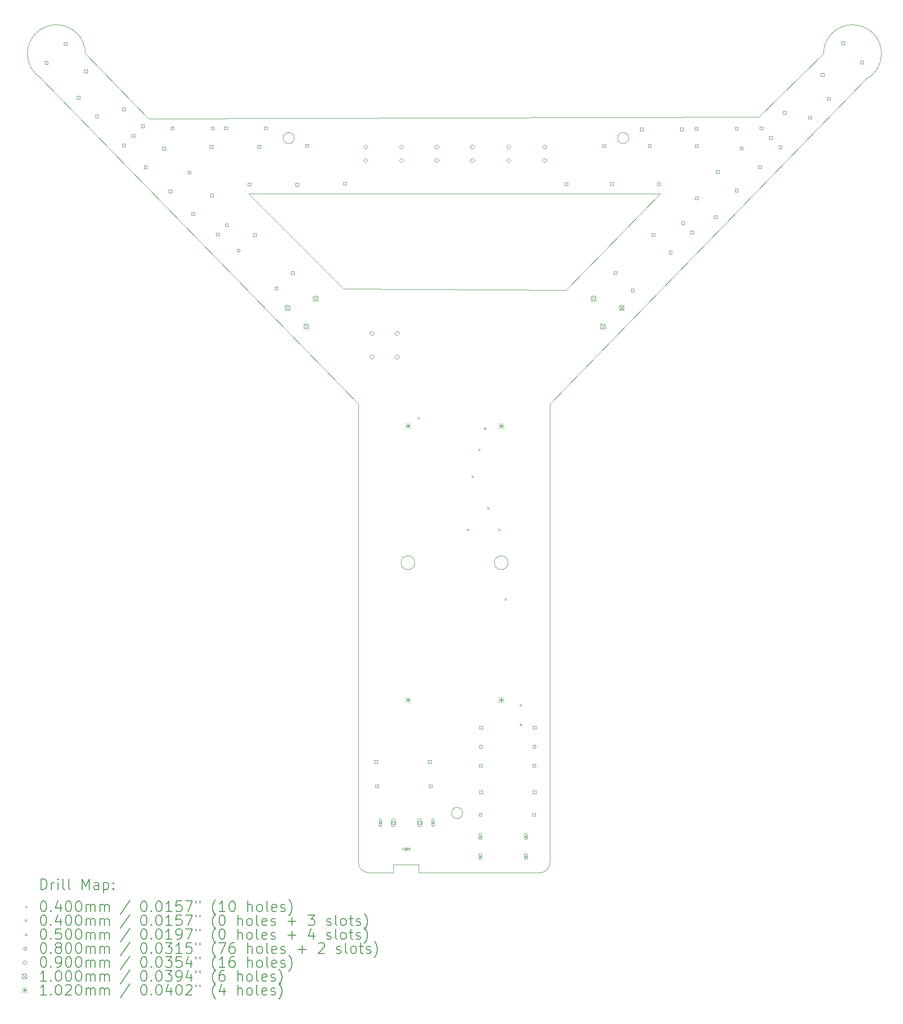
<source format=gbr>
%TF.GenerationSoftware,KiCad,Pcbnew,8.0.7*%
%TF.CreationDate,2025-02-10T18:12:55+08:00*%
%TF.ProjectId,bb-0.4,62622d30-2e34-42e6-9b69-6361645f7063,rev?*%
%TF.SameCoordinates,Original*%
%TF.FileFunction,Drillmap*%
%TF.FilePolarity,Positive*%
%FSLAX45Y45*%
G04 Gerber Fmt 4.5, Leading zero omitted, Abs format (unit mm)*
G04 Created by KiCad (PCBNEW 8.0.7) date 2025-02-10 18:12:55*
%MOMM*%
%LPD*%
G01*
G04 APERTURE LIST*
%ADD10C,0.100000*%
%ADD11C,0.200000*%
%ADD12C,0.102000*%
G04 APERTURE END LIST*
D10*
X12553986Y-18249978D02*
X12552986Y-18948858D01*
X8922000Y-18254810D02*
X8921000Y-18953691D01*
X12329000Y-19143881D02*
X10061779Y-19144652D01*
X9116023Y-19143881D02*
G75*
G02*
X8921000Y-18953691I-4773J190190D01*
G01*
X12550077Y-10249979D02*
X18539959Y-4099919D01*
X10895000Y-18010000D02*
G75*
G02*
X10685000Y-18010000I-105000J0D01*
G01*
X10685000Y-18010000D02*
G75*
G02*
X10895000Y-18010000I105000J0D01*
G01*
X10740000Y-6270000D02*
X6840000Y-6270000D01*
X16510000Y-4810000D02*
X4940000Y-4840000D01*
X12856878Y-8093122D02*
X14640000Y-6270000D01*
X2640000Y-3610000D02*
G75*
G02*
X3740000Y-3610000I550000J0D01*
G01*
X9579000Y-18995000D02*
X9587636Y-18995000D01*
X10061779Y-19144652D02*
X10061867Y-18994864D01*
X11756522Y-13265000D02*
G75*
G02*
X11496522Y-13265000I-130000J0D01*
G01*
X11496522Y-13265000D02*
G75*
G02*
X11756522Y-13265000I130000J0D01*
G01*
X7700000Y-5210000D02*
G75*
G02*
X7490000Y-5210000I-105000J0D01*
G01*
X7490000Y-5210000D02*
G75*
G02*
X7700000Y-5210000I105000J0D01*
G01*
X16510000Y-4810000D02*
X17740000Y-3610000D01*
X2901191Y-4078070D02*
X8920045Y-10254810D01*
X2901191Y-4078070D02*
G75*
G02*
X2640000Y-3610000I288809J468070D01*
G01*
X12362796Y-19143881D02*
X12349704Y-19143881D01*
X3740000Y-3610000D02*
X4940000Y-4840000D01*
X10740000Y-6270000D02*
X14640000Y-6270000D01*
X6840000Y-6270000D02*
X8643122Y-8073122D01*
X8922000Y-18254810D02*
X8920045Y-10254810D01*
X12553986Y-18249978D02*
X12550077Y-10249979D01*
X9987023Y-13265000D02*
G75*
G02*
X9727023Y-13265000I-130000J0D01*
G01*
X9727023Y-13265000D02*
G75*
G02*
X9987023Y-13265000I130000J0D01*
G01*
X14045000Y-5210000D02*
G75*
G02*
X13835000Y-5210000I-105000J0D01*
G01*
X13835000Y-5210000D02*
G75*
G02*
X14045000Y-5210000I105000J0D01*
G01*
X12856878Y-8093122D02*
X8643122Y-8073122D01*
X10061867Y-18994864D02*
X10039000Y-18994864D01*
X17740000Y-3610000D02*
G75*
G02*
X18840000Y-3610000I550000J0D01*
G01*
X10039000Y-18994864D02*
X9587636Y-18995000D01*
X9116023Y-19143881D02*
X9579000Y-19143873D01*
X9579000Y-19143873D02*
X9579000Y-18995000D01*
X12552986Y-18948858D02*
G75*
G02*
X12362796Y-19143877I-190186J-4772D01*
G01*
X18840000Y-3610000D02*
G75*
G02*
X18539959Y-4099919I-550000J0D01*
G01*
X12329000Y-19143881D02*
X12349704Y-19143881D01*
D11*
D10*
X10040000Y-10500000D02*
X10080000Y-10540000D01*
X10080000Y-10500000D02*
X10040000Y-10540000D01*
X10980000Y-12620000D02*
X11020000Y-12660000D01*
X11020000Y-12620000D02*
X10980000Y-12660000D01*
X11060000Y-11610000D02*
X11100000Y-11650000D01*
X11100000Y-11610000D02*
X11060000Y-11650000D01*
X11190000Y-11100000D02*
X11230000Y-11140000D01*
X11230000Y-11100000D02*
X11190000Y-11140000D01*
X11300000Y-10700000D02*
X11340000Y-10740000D01*
X11340000Y-10700000D02*
X11300000Y-10740000D01*
X11360000Y-12210000D02*
X11400000Y-12250000D01*
X11400000Y-12210000D02*
X11360000Y-12250000D01*
X11570000Y-12620000D02*
X11610000Y-12660000D01*
X11610000Y-12620000D02*
X11570000Y-12660000D01*
X11687000Y-13939000D02*
X11727000Y-13979000D01*
X11727000Y-13939000D02*
X11687000Y-13979000D01*
X11979000Y-15942000D02*
X12019000Y-15982000D01*
X12019000Y-15942000D02*
X11979000Y-15982000D01*
X11981000Y-16315000D02*
X12021000Y-16355000D01*
X12021000Y-16315000D02*
X11981000Y-16355000D01*
X9350000Y-18194000D02*
G75*
G02*
X9310000Y-18194000I-20000J0D01*
G01*
X9310000Y-18194000D02*
G75*
G02*
X9350000Y-18194000I20000J0D01*
G01*
X9310000Y-18144000D02*
X9310000Y-18244000D01*
X9350000Y-18244000D02*
G75*
G02*
X9310000Y-18244000I-20000J0D01*
G01*
X9350000Y-18244000D02*
X9350000Y-18144000D01*
X9350000Y-18144000D02*
G75*
G03*
X9310000Y-18144000I-20000J0D01*
G01*
X9850000Y-18694000D02*
G75*
G02*
X9810000Y-18694000I-20000J0D01*
G01*
X9810000Y-18694000D02*
G75*
G02*
X9850000Y-18694000I20000J0D01*
G01*
X9780000Y-18714000D02*
X9880000Y-18714000D01*
X9880000Y-18674000D02*
G75*
G02*
X9880000Y-18714000I0J-20000D01*
G01*
X9880000Y-18674000D02*
X9780000Y-18674000D01*
X9780000Y-18674000D02*
G75*
G03*
X9780000Y-18714000I0J-20000D01*
G01*
X10350000Y-18194000D02*
G75*
G02*
X10310000Y-18194000I-20000J0D01*
G01*
X10310000Y-18194000D02*
G75*
G02*
X10350000Y-18194000I20000J0D01*
G01*
X10350000Y-18244000D02*
X10350000Y-18144000D01*
X10310000Y-18144000D02*
G75*
G02*
X10350000Y-18144000I20000J0D01*
G01*
X10310000Y-18144000D02*
X10310000Y-18244000D01*
X10310000Y-18244000D02*
G75*
G03*
X10350000Y-18244000I20000J0D01*
G01*
X11227000Y-18430000D02*
X11227000Y-18480000D01*
X11202000Y-18455000D02*
X11252000Y-18455000D01*
X11202000Y-18420000D02*
X11202000Y-18490000D01*
X11252000Y-18490000D02*
G75*
G02*
X11202000Y-18490000I-25000J0D01*
G01*
X11252000Y-18490000D02*
X11252000Y-18420000D01*
X11252000Y-18420000D02*
G75*
G03*
X11202000Y-18420000I-25000J0D01*
G01*
X11227000Y-18810000D02*
X11227000Y-18860000D01*
X11202000Y-18835000D02*
X11252000Y-18835000D01*
X11202000Y-18800000D02*
X11202000Y-18870000D01*
X11252000Y-18870000D02*
G75*
G02*
X11202000Y-18870000I-25000J0D01*
G01*
X11252000Y-18870000D02*
X11252000Y-18800000D01*
X11252000Y-18800000D02*
G75*
G03*
X11202000Y-18800000I-25000J0D01*
G01*
X12091000Y-18430000D02*
X12091000Y-18480000D01*
X12066000Y-18455000D02*
X12116000Y-18455000D01*
X12066000Y-18420000D02*
X12066000Y-18490000D01*
X12116000Y-18490000D02*
G75*
G02*
X12066000Y-18490000I-25000J0D01*
G01*
X12116000Y-18490000D02*
X12116000Y-18420000D01*
X12116000Y-18420000D02*
G75*
G03*
X12066000Y-18420000I-25000J0D01*
G01*
X12091000Y-18810000D02*
X12091000Y-18860000D01*
X12066000Y-18835000D02*
X12116000Y-18835000D01*
X12066000Y-18800000D02*
X12066000Y-18870000D01*
X12116000Y-18870000D02*
G75*
G02*
X12066000Y-18870000I-25000J0D01*
G01*
X12116000Y-18870000D02*
X12116000Y-18800000D01*
X12116000Y-18800000D02*
G75*
G03*
X12066000Y-18800000I-25000J0D01*
G01*
X3029074Y-3807495D02*
X3029074Y-3750926D01*
X2972505Y-3750926D01*
X2972505Y-3807495D01*
X3029074Y-3807495D01*
X3388284Y-3448284D02*
X3388284Y-3391715D01*
X3331715Y-3391715D01*
X3331715Y-3448284D01*
X3388284Y-3448284D01*
X3631508Y-4471508D02*
X3631508Y-4414939D01*
X3574939Y-4414939D01*
X3574939Y-4471508D01*
X3631508Y-4471508D01*
X3779074Y-3969074D02*
X3779074Y-3912505D01*
X3722505Y-3912505D01*
X3722505Y-3969074D01*
X3779074Y-3969074D01*
X3985061Y-4825061D02*
X3985061Y-4768492D01*
X3928492Y-4768492D01*
X3928492Y-4825061D01*
X3985061Y-4825061D01*
X4494135Y-5373346D02*
X4494135Y-5316777D01*
X4437566Y-5316777D01*
X4437566Y-5373346D01*
X4494135Y-5373346D01*
X4497495Y-4687495D02*
X4497495Y-4630926D01*
X4440926Y-4630926D01*
X4440926Y-4687495D01*
X4497495Y-4687495D01*
X4673740Y-5193740D02*
X4673740Y-5137171D01*
X4617171Y-5137171D01*
X4617171Y-5193740D01*
X4673740Y-5193740D01*
X4853345Y-5014135D02*
X4853345Y-4957566D01*
X4796776Y-4957566D01*
X4796776Y-5014135D01*
X4853345Y-5014135D01*
X4908285Y-5788284D02*
X4908285Y-5731715D01*
X4851716Y-5731715D01*
X4851716Y-5788284D01*
X4908285Y-5788284D01*
X5261838Y-5434731D02*
X5261838Y-5378162D01*
X5205269Y-5378162D01*
X5205269Y-5434731D01*
X5261838Y-5434731D01*
X5378679Y-6247890D02*
X5378679Y-6191321D01*
X5322110Y-6191321D01*
X5322110Y-6247890D01*
X5378679Y-6247890D01*
X5417285Y-5048285D02*
X5417285Y-4991716D01*
X5360716Y-4991716D01*
X5360716Y-5048285D01*
X5417285Y-5048285D01*
X5737890Y-5888679D02*
X5737890Y-5832110D01*
X5681321Y-5832110D01*
X5681321Y-5888679D01*
X5737890Y-5888679D01*
X5811508Y-6675061D02*
X5811508Y-6618492D01*
X5754939Y-6618492D01*
X5754939Y-6675061D01*
X5811508Y-6675061D01*
X6159074Y-5399074D02*
X6159074Y-5342505D01*
X6102505Y-5342505D01*
X6102505Y-5399074D01*
X6159074Y-5399074D01*
X6165061Y-6321508D02*
X6165061Y-6264939D01*
X6108492Y-6264939D01*
X6108492Y-6321508D01*
X6165061Y-6321508D01*
X6179284Y-5048285D02*
X6179284Y-4991716D01*
X6122715Y-4991716D01*
X6122715Y-5048285D01*
X6179284Y-5048285D01*
X6273070Y-7063499D02*
X6273070Y-7006930D01*
X6216501Y-7006930D01*
X6216501Y-7063499D01*
X6273070Y-7063499D01*
X6427285Y-5048285D02*
X6427285Y-4991716D01*
X6370716Y-4991716D01*
X6370716Y-5048285D01*
X6427285Y-5048285D01*
X6449847Y-6886722D02*
X6449847Y-6830153D01*
X6393278Y-6830153D01*
X6393278Y-6886722D01*
X6449847Y-6886722D01*
X6669864Y-7369864D02*
X6669864Y-7313295D01*
X6613295Y-7313295D01*
X6613295Y-7369864D01*
X6669864Y-7369864D01*
X6877495Y-6117495D02*
X6877495Y-6060926D01*
X6820926Y-6060926D01*
X6820926Y-6117495D01*
X6877495Y-6117495D01*
X6979074Y-7079074D02*
X6979074Y-7022505D01*
X6922505Y-7022505D01*
X6922505Y-7079074D01*
X6979074Y-7079074D01*
X7064469Y-5399864D02*
X7064469Y-5343295D01*
X7007900Y-5343295D01*
X7007900Y-5399864D01*
X7064469Y-5399864D01*
X7189285Y-5048285D02*
X7189285Y-4991716D01*
X7132716Y-4991716D01*
X7132716Y-5048285D01*
X7189285Y-5048285D01*
X7388284Y-8088284D02*
X7388284Y-8031715D01*
X7331715Y-8031715D01*
X7331715Y-8088284D01*
X7388284Y-8088284D01*
X7697495Y-7797495D02*
X7697495Y-7740926D01*
X7640926Y-7740926D01*
X7640926Y-7797495D01*
X7697495Y-7797495D01*
X7782890Y-6118284D02*
X7782890Y-6061715D01*
X7726321Y-6061715D01*
X7726321Y-6118284D01*
X7782890Y-6118284D01*
X7969864Y-5379864D02*
X7969864Y-5323295D01*
X7913295Y-5323295D01*
X7913295Y-5379864D01*
X7969864Y-5379864D01*
X8688284Y-6098284D02*
X8688284Y-6041715D01*
X8631715Y-6041715D01*
X8631715Y-6098284D01*
X8688284Y-6098284D01*
X9283285Y-17070285D02*
X9283285Y-17013716D01*
X9226716Y-17013716D01*
X9226716Y-17070285D01*
X9283285Y-17070285D01*
X9296285Y-17530285D02*
X9296285Y-17473716D01*
X9239716Y-17473716D01*
X9239716Y-17530285D01*
X9296285Y-17530285D01*
X9608285Y-18222285D02*
X9608285Y-18165716D01*
X9551716Y-18165716D01*
X9551716Y-18222285D01*
X9608285Y-18222285D01*
X9540000Y-18159000D02*
X9540000Y-18229000D01*
X9620000Y-18229000D02*
G75*
G02*
X9540000Y-18229000I-40000J0D01*
G01*
X9620000Y-18229000D02*
X9620000Y-18159000D01*
X9620000Y-18159000D02*
G75*
G03*
X9540000Y-18159000I-40000J0D01*
G01*
X10108285Y-18222285D02*
X10108285Y-18165716D01*
X10051716Y-18165716D01*
X10051716Y-18222285D01*
X10108285Y-18222285D01*
X10120000Y-18229000D02*
X10120000Y-18159000D01*
X10040000Y-18159000D02*
G75*
G02*
X10120000Y-18159000I40000J0D01*
G01*
X10040000Y-18159000D02*
X10040000Y-18229000D01*
X10040000Y-18229000D02*
G75*
G03*
X10120000Y-18229000I40000J0D01*
G01*
X10299285Y-17070285D02*
X10299285Y-17013716D01*
X10242716Y-17013716D01*
X10242716Y-17070285D01*
X10299285Y-17070285D01*
X10312285Y-17530285D02*
X10312285Y-17473716D01*
X10255716Y-17473716D01*
X10255716Y-17530285D01*
X10312285Y-17530285D01*
X11258784Y-18070785D02*
X11258784Y-18014216D01*
X11202215Y-18014216D01*
X11202215Y-18070785D01*
X11258784Y-18070785D01*
X11262284Y-17139285D02*
X11262284Y-17082716D01*
X11205715Y-17082716D01*
X11205715Y-17139285D01*
X11262284Y-17139285D01*
X11266284Y-16781285D02*
X11266284Y-16724715D01*
X11209715Y-16724715D01*
X11209715Y-16781285D01*
X11266284Y-16781285D01*
X11270784Y-17640785D02*
X11270784Y-17584216D01*
X11214215Y-17584216D01*
X11214215Y-17640785D01*
X11270784Y-17640785D01*
X11271284Y-16420284D02*
X11271284Y-16363715D01*
X11214715Y-16363715D01*
X11214715Y-16420284D01*
X11271284Y-16420284D01*
X12274784Y-18070785D02*
X12274784Y-18014216D01*
X12218215Y-18014216D01*
X12218215Y-18070785D01*
X12274784Y-18070785D01*
X12278284Y-17139285D02*
X12278284Y-17082716D01*
X12221715Y-17082716D01*
X12221715Y-17139285D01*
X12278284Y-17139285D01*
X12282284Y-16781285D02*
X12282284Y-16724715D01*
X12225715Y-16724715D01*
X12225715Y-16781285D01*
X12282284Y-16781285D01*
X12286784Y-17640785D02*
X12286784Y-17584216D01*
X12230215Y-17584216D01*
X12230215Y-17640785D01*
X12286784Y-17640785D01*
X12287284Y-16420284D02*
X12287284Y-16363715D01*
X12230715Y-16363715D01*
X12230715Y-16420284D01*
X12287284Y-16420284D01*
X12889074Y-6107495D02*
X12889074Y-6050926D01*
X12832505Y-6050926D01*
X12832505Y-6107495D01*
X12889074Y-6107495D01*
X13607495Y-5389074D02*
X13607495Y-5332505D01*
X13550926Y-5332505D01*
X13550926Y-5389074D01*
X13607495Y-5389074D01*
X13749074Y-6102495D02*
X13749074Y-6045926D01*
X13692505Y-6045926D01*
X13692505Y-6102495D01*
X13749074Y-6102495D01*
X13818074Y-7791495D02*
X13818074Y-7734926D01*
X13761505Y-7734926D01*
X13761505Y-7791495D01*
X13818074Y-7791495D01*
X14146074Y-8124495D02*
X14146074Y-8067926D01*
X14089505Y-8067926D01*
X14089505Y-8124495D01*
X14146074Y-8124495D01*
X14316284Y-5068285D02*
X14316284Y-5011716D01*
X14259715Y-5011716D01*
X14259715Y-5068285D01*
X14316284Y-5068285D01*
X14467495Y-5384074D02*
X14467495Y-5327505D01*
X14410926Y-5327505D01*
X14410926Y-5384074D01*
X14467495Y-5384074D01*
X14536495Y-7073074D02*
X14536495Y-7016505D01*
X14479926Y-7016505D01*
X14479926Y-7073074D01*
X14536495Y-7073074D01*
X14644074Y-6106705D02*
X14644074Y-6050136D01*
X14587505Y-6050136D01*
X14587505Y-6106705D01*
X14644074Y-6106705D01*
X14864495Y-7406074D02*
X14864495Y-7349505D01*
X14807926Y-7349505D01*
X14807926Y-7406074D01*
X14864495Y-7406074D01*
X15078284Y-5068285D02*
X15078284Y-5011716D01*
X15021715Y-5011716D01*
X15021715Y-5068285D01*
X15078284Y-5068285D01*
X15101508Y-6851508D02*
X15101508Y-6794939D01*
X15044939Y-6794939D01*
X15044939Y-6851508D01*
X15101508Y-6851508D01*
X15278284Y-7028284D02*
X15278284Y-6971715D01*
X15221715Y-6971715D01*
X15221715Y-7028284D01*
X15278284Y-7028284D01*
X15356284Y-5058285D02*
X15356284Y-5001716D01*
X15299715Y-5001716D01*
X15299715Y-5058285D01*
X15356284Y-5058285D01*
X15359731Y-6379731D02*
X15359731Y-6323162D01*
X15303162Y-6323162D01*
X15303162Y-6379731D01*
X15359731Y-6379731D01*
X15362495Y-5388285D02*
X15362495Y-5331716D01*
X15305926Y-5331716D01*
X15305926Y-5388285D01*
X15362495Y-5388285D01*
X15713284Y-6733284D02*
X15713284Y-6676715D01*
X15656715Y-6676715D01*
X15656715Y-6733284D01*
X15713284Y-6733284D01*
X15758679Y-5873679D02*
X15758679Y-5817110D01*
X15702110Y-5817110D01*
X15702110Y-5873679D01*
X15758679Y-5873679D01*
X16117890Y-6232890D02*
X16117890Y-6176321D01*
X16061321Y-6176321D01*
X16061321Y-6232890D01*
X16117890Y-6232890D01*
X16118284Y-5058285D02*
X16118284Y-5001716D01*
X16061715Y-5001716D01*
X16061715Y-5058285D01*
X16118284Y-5058285D01*
X16211508Y-5431508D02*
X16211508Y-5374939D01*
X16154939Y-5374939D01*
X16154939Y-5431508D01*
X16211508Y-5431508D01*
X16565061Y-5785061D02*
X16565061Y-5728492D01*
X16508492Y-5728492D01*
X16508492Y-5785061D01*
X16565061Y-5785061D01*
X16589074Y-5049074D02*
X16589074Y-4992505D01*
X16532505Y-4992505D01*
X16532505Y-5049074D01*
X16589074Y-5049074D01*
X16768679Y-5228679D02*
X16768679Y-5172110D01*
X16712110Y-5172110D01*
X16712110Y-5228679D01*
X16768679Y-5228679D01*
X16948285Y-5408285D02*
X16948285Y-5351716D01*
X16891716Y-5351716D01*
X16891716Y-5408285D01*
X16948285Y-5408285D01*
X17029864Y-4756705D02*
X17029864Y-4700136D01*
X16973295Y-4700136D01*
X16973295Y-4756705D01*
X17029864Y-4756705D01*
X17511508Y-4845061D02*
X17511508Y-4788492D01*
X17454939Y-4788492D01*
X17454939Y-4845061D01*
X17511508Y-4845061D01*
X17748285Y-4038284D02*
X17748285Y-3981715D01*
X17691716Y-3981715D01*
X17691716Y-4038284D01*
X17748285Y-4038284D01*
X17865061Y-4491508D02*
X17865061Y-4434939D01*
X17808492Y-4434939D01*
X17808492Y-4491508D01*
X17865061Y-4491508D01*
X18139074Y-3439074D02*
X18139074Y-3382505D01*
X18082505Y-3382505D01*
X18082505Y-3439074D01*
X18139074Y-3439074D01*
X18498285Y-3798284D02*
X18498285Y-3741715D01*
X18441716Y-3741715D01*
X18441716Y-3798284D01*
X18498285Y-3798284D01*
X9055000Y-5421000D02*
X9100000Y-5376000D01*
X9055000Y-5331000D01*
X9010000Y-5376000D01*
X9055000Y-5421000D01*
X9055000Y-5675000D02*
X9100000Y-5630000D01*
X9055000Y-5585000D01*
X9010000Y-5630000D01*
X9055000Y-5675000D01*
X9170000Y-8955000D02*
X9215000Y-8910000D01*
X9170000Y-8865000D01*
X9125000Y-8910000D01*
X9170000Y-8955000D01*
X9170000Y-9405000D02*
X9215000Y-9360000D01*
X9170000Y-9315000D01*
X9125000Y-9360000D01*
X9170000Y-9405000D01*
X9650000Y-8955000D02*
X9695000Y-8910000D01*
X9650000Y-8865000D01*
X9605000Y-8910000D01*
X9650000Y-8955000D01*
X9650000Y-9405000D02*
X9695000Y-9360000D01*
X9650000Y-9315000D01*
X9605000Y-9360000D01*
X9650000Y-9405000D01*
X9730367Y-5421000D02*
X9775367Y-5376000D01*
X9730367Y-5331000D01*
X9685367Y-5376000D01*
X9730367Y-5421000D01*
X9730367Y-5675000D02*
X9775367Y-5630000D01*
X9730367Y-5585000D01*
X9685367Y-5630000D01*
X9730367Y-5675000D01*
X10405735Y-5421000D02*
X10450735Y-5376000D01*
X10405735Y-5331000D01*
X10360735Y-5376000D01*
X10405735Y-5421000D01*
X10405735Y-5675000D02*
X10450735Y-5630000D01*
X10405735Y-5585000D01*
X10360735Y-5630000D01*
X10405735Y-5675000D01*
X11083978Y-5421000D02*
X11128978Y-5376000D01*
X11083978Y-5331000D01*
X11038978Y-5376000D01*
X11083978Y-5421000D01*
X11083978Y-5675000D02*
X11128978Y-5630000D01*
X11083978Y-5585000D01*
X11038978Y-5630000D01*
X11083978Y-5675000D01*
X11763977Y-5421000D02*
X11808977Y-5376000D01*
X11763977Y-5331000D01*
X11718977Y-5376000D01*
X11763977Y-5421000D01*
X11763977Y-5675000D02*
X11808977Y-5630000D01*
X11763977Y-5585000D01*
X11718977Y-5630000D01*
X11763977Y-5675000D01*
X12443977Y-5421000D02*
X12488977Y-5376000D01*
X12443977Y-5331000D01*
X12398977Y-5376000D01*
X12443977Y-5421000D01*
X12443977Y-5675000D02*
X12488977Y-5630000D01*
X12443977Y-5585000D01*
X12398977Y-5630000D01*
X12443977Y-5675000D01*
X7525621Y-8380000D02*
X7625621Y-8480000D01*
X7625621Y-8380000D02*
X7525621Y-8480000D01*
X7625621Y-8430000D02*
G75*
G02*
X7525621Y-8430000I-50000J0D01*
G01*
X7525621Y-8430000D02*
G75*
G02*
X7625621Y-8430000I50000J0D01*
G01*
X7879174Y-8733553D02*
X7979174Y-8833553D01*
X7979174Y-8733553D02*
X7879174Y-8833553D01*
X7979174Y-8783553D02*
G75*
G02*
X7879174Y-8783553I-50000J0D01*
G01*
X7879174Y-8783553D02*
G75*
G02*
X7979174Y-8783553I50000J0D01*
G01*
X8055951Y-8203223D02*
X8155951Y-8303223D01*
X8155951Y-8203223D02*
X8055951Y-8303223D01*
X8155951Y-8253223D02*
G75*
G02*
X8055951Y-8253223I-50000J0D01*
G01*
X8055951Y-8253223D02*
G75*
G02*
X8155951Y-8253223I50000J0D01*
G01*
X13329670Y-8203223D02*
X13429670Y-8303223D01*
X13429670Y-8203223D02*
X13329670Y-8303223D01*
X13429670Y-8253223D02*
G75*
G02*
X13329670Y-8253223I-50000J0D01*
G01*
X13329670Y-8253223D02*
G75*
G02*
X13429670Y-8253223I50000J0D01*
G01*
X13506447Y-8733553D02*
X13606447Y-8833553D01*
X13606447Y-8733553D02*
X13506447Y-8833553D01*
X13606447Y-8783553D02*
G75*
G02*
X13506447Y-8783553I-50000J0D01*
G01*
X13506447Y-8783553D02*
G75*
G02*
X13606447Y-8783553I50000J0D01*
G01*
X13860000Y-8380000D02*
X13960000Y-8480000D01*
X13960000Y-8380000D02*
X13860000Y-8480000D01*
X13960000Y-8430000D02*
G75*
G02*
X13860000Y-8430000I-50000J0D01*
G01*
X13860000Y-8430000D02*
G75*
G02*
X13960000Y-8430000I50000J0D01*
G01*
D12*
X9806023Y-10615000D02*
X9908023Y-10717000D01*
X9908023Y-10615000D02*
X9806023Y-10717000D01*
X9857023Y-10615000D02*
X9857023Y-10717000D01*
X9806023Y-10666000D02*
X9908023Y-10666000D01*
X9806023Y-15814000D02*
X9908023Y-15916000D01*
X9908023Y-15814000D02*
X9806023Y-15916000D01*
X9857023Y-15814000D02*
X9857023Y-15916000D01*
X9806023Y-15865000D02*
X9908023Y-15865000D01*
X11575522Y-10615000D02*
X11677522Y-10717000D01*
X11677522Y-10615000D02*
X11575522Y-10717000D01*
X11626522Y-10615000D02*
X11626522Y-10717000D01*
X11575522Y-10666000D02*
X11677522Y-10666000D01*
X11575522Y-15814000D02*
X11677522Y-15916000D01*
X11677522Y-15814000D02*
X11575522Y-15916000D01*
X11626522Y-15814000D02*
X11626522Y-15916000D01*
X11575522Y-15865000D02*
X11677522Y-15865000D01*
D11*
X2895777Y-19461135D02*
X2895777Y-19261135D01*
X2895777Y-19261135D02*
X2943396Y-19261135D01*
X2943396Y-19261135D02*
X2971967Y-19270659D01*
X2971967Y-19270659D02*
X2991015Y-19289707D01*
X2991015Y-19289707D02*
X3000539Y-19308754D01*
X3000539Y-19308754D02*
X3010062Y-19346850D01*
X3010062Y-19346850D02*
X3010062Y-19375421D01*
X3010062Y-19375421D02*
X3000539Y-19413516D01*
X3000539Y-19413516D02*
X2991015Y-19432564D01*
X2991015Y-19432564D02*
X2971967Y-19451612D01*
X2971967Y-19451612D02*
X2943396Y-19461135D01*
X2943396Y-19461135D02*
X2895777Y-19461135D01*
X3095777Y-19461135D02*
X3095777Y-19327802D01*
X3095777Y-19365897D02*
X3105301Y-19346850D01*
X3105301Y-19346850D02*
X3114824Y-19337326D01*
X3114824Y-19337326D02*
X3133872Y-19327802D01*
X3133872Y-19327802D02*
X3152920Y-19327802D01*
X3219586Y-19461135D02*
X3219586Y-19327802D01*
X3219586Y-19261135D02*
X3210062Y-19270659D01*
X3210062Y-19270659D02*
X3219586Y-19280183D01*
X3219586Y-19280183D02*
X3229110Y-19270659D01*
X3229110Y-19270659D02*
X3219586Y-19261135D01*
X3219586Y-19261135D02*
X3219586Y-19280183D01*
X3343396Y-19461135D02*
X3324348Y-19451612D01*
X3324348Y-19451612D02*
X3314824Y-19432564D01*
X3314824Y-19432564D02*
X3314824Y-19261135D01*
X3448158Y-19461135D02*
X3429110Y-19451612D01*
X3429110Y-19451612D02*
X3419586Y-19432564D01*
X3419586Y-19432564D02*
X3419586Y-19261135D01*
X3676729Y-19461135D02*
X3676729Y-19261135D01*
X3676729Y-19261135D02*
X3743396Y-19403993D01*
X3743396Y-19403993D02*
X3810062Y-19261135D01*
X3810062Y-19261135D02*
X3810062Y-19461135D01*
X3991015Y-19461135D02*
X3991015Y-19356374D01*
X3991015Y-19356374D02*
X3981491Y-19337326D01*
X3981491Y-19337326D02*
X3962443Y-19327802D01*
X3962443Y-19327802D02*
X3924348Y-19327802D01*
X3924348Y-19327802D02*
X3905301Y-19337326D01*
X3991015Y-19451612D02*
X3971967Y-19461135D01*
X3971967Y-19461135D02*
X3924348Y-19461135D01*
X3924348Y-19461135D02*
X3905301Y-19451612D01*
X3905301Y-19451612D02*
X3895777Y-19432564D01*
X3895777Y-19432564D02*
X3895777Y-19413516D01*
X3895777Y-19413516D02*
X3905301Y-19394469D01*
X3905301Y-19394469D02*
X3924348Y-19384945D01*
X3924348Y-19384945D02*
X3971967Y-19384945D01*
X3971967Y-19384945D02*
X3991015Y-19375421D01*
X4086253Y-19327802D02*
X4086253Y-19527802D01*
X4086253Y-19337326D02*
X4105301Y-19327802D01*
X4105301Y-19327802D02*
X4143396Y-19327802D01*
X4143396Y-19327802D02*
X4162443Y-19337326D01*
X4162443Y-19337326D02*
X4171967Y-19346850D01*
X4171967Y-19346850D02*
X4181491Y-19365897D01*
X4181491Y-19365897D02*
X4181491Y-19423040D01*
X4181491Y-19423040D02*
X4171967Y-19442088D01*
X4171967Y-19442088D02*
X4162443Y-19451612D01*
X4162443Y-19451612D02*
X4143396Y-19461135D01*
X4143396Y-19461135D02*
X4105301Y-19461135D01*
X4105301Y-19461135D02*
X4086253Y-19451612D01*
X4267205Y-19442088D02*
X4276729Y-19451612D01*
X4276729Y-19451612D02*
X4267205Y-19461135D01*
X4267205Y-19461135D02*
X4257682Y-19451612D01*
X4257682Y-19451612D02*
X4267205Y-19442088D01*
X4267205Y-19442088D02*
X4267205Y-19461135D01*
X4267205Y-19337326D02*
X4276729Y-19346850D01*
X4276729Y-19346850D02*
X4267205Y-19356374D01*
X4267205Y-19356374D02*
X4257682Y-19346850D01*
X4257682Y-19346850D02*
X4267205Y-19337326D01*
X4267205Y-19337326D02*
X4267205Y-19356374D01*
D10*
X2595000Y-19769652D02*
X2635000Y-19809652D01*
X2635000Y-19769652D02*
X2595000Y-19809652D01*
D11*
X2933872Y-19681135D02*
X2952920Y-19681135D01*
X2952920Y-19681135D02*
X2971967Y-19690659D01*
X2971967Y-19690659D02*
X2981491Y-19700183D01*
X2981491Y-19700183D02*
X2991015Y-19719231D01*
X2991015Y-19719231D02*
X3000539Y-19757326D01*
X3000539Y-19757326D02*
X3000539Y-19804945D01*
X3000539Y-19804945D02*
X2991015Y-19843040D01*
X2991015Y-19843040D02*
X2981491Y-19862088D01*
X2981491Y-19862088D02*
X2971967Y-19871612D01*
X2971967Y-19871612D02*
X2952920Y-19881135D01*
X2952920Y-19881135D02*
X2933872Y-19881135D01*
X2933872Y-19881135D02*
X2914824Y-19871612D01*
X2914824Y-19871612D02*
X2905301Y-19862088D01*
X2905301Y-19862088D02*
X2895777Y-19843040D01*
X2895777Y-19843040D02*
X2886253Y-19804945D01*
X2886253Y-19804945D02*
X2886253Y-19757326D01*
X2886253Y-19757326D02*
X2895777Y-19719231D01*
X2895777Y-19719231D02*
X2905301Y-19700183D01*
X2905301Y-19700183D02*
X2914824Y-19690659D01*
X2914824Y-19690659D02*
X2933872Y-19681135D01*
X3086253Y-19862088D02*
X3095777Y-19871612D01*
X3095777Y-19871612D02*
X3086253Y-19881135D01*
X3086253Y-19881135D02*
X3076729Y-19871612D01*
X3076729Y-19871612D02*
X3086253Y-19862088D01*
X3086253Y-19862088D02*
X3086253Y-19881135D01*
X3267205Y-19747802D02*
X3267205Y-19881135D01*
X3219586Y-19671612D02*
X3171967Y-19814469D01*
X3171967Y-19814469D02*
X3295777Y-19814469D01*
X3410062Y-19681135D02*
X3429110Y-19681135D01*
X3429110Y-19681135D02*
X3448158Y-19690659D01*
X3448158Y-19690659D02*
X3457682Y-19700183D01*
X3457682Y-19700183D02*
X3467205Y-19719231D01*
X3467205Y-19719231D02*
X3476729Y-19757326D01*
X3476729Y-19757326D02*
X3476729Y-19804945D01*
X3476729Y-19804945D02*
X3467205Y-19843040D01*
X3467205Y-19843040D02*
X3457682Y-19862088D01*
X3457682Y-19862088D02*
X3448158Y-19871612D01*
X3448158Y-19871612D02*
X3429110Y-19881135D01*
X3429110Y-19881135D02*
X3410062Y-19881135D01*
X3410062Y-19881135D02*
X3391015Y-19871612D01*
X3391015Y-19871612D02*
X3381491Y-19862088D01*
X3381491Y-19862088D02*
X3371967Y-19843040D01*
X3371967Y-19843040D02*
X3362443Y-19804945D01*
X3362443Y-19804945D02*
X3362443Y-19757326D01*
X3362443Y-19757326D02*
X3371967Y-19719231D01*
X3371967Y-19719231D02*
X3381491Y-19700183D01*
X3381491Y-19700183D02*
X3391015Y-19690659D01*
X3391015Y-19690659D02*
X3410062Y-19681135D01*
X3600539Y-19681135D02*
X3619586Y-19681135D01*
X3619586Y-19681135D02*
X3638634Y-19690659D01*
X3638634Y-19690659D02*
X3648158Y-19700183D01*
X3648158Y-19700183D02*
X3657682Y-19719231D01*
X3657682Y-19719231D02*
X3667205Y-19757326D01*
X3667205Y-19757326D02*
X3667205Y-19804945D01*
X3667205Y-19804945D02*
X3657682Y-19843040D01*
X3657682Y-19843040D02*
X3648158Y-19862088D01*
X3648158Y-19862088D02*
X3638634Y-19871612D01*
X3638634Y-19871612D02*
X3619586Y-19881135D01*
X3619586Y-19881135D02*
X3600539Y-19881135D01*
X3600539Y-19881135D02*
X3581491Y-19871612D01*
X3581491Y-19871612D02*
X3571967Y-19862088D01*
X3571967Y-19862088D02*
X3562443Y-19843040D01*
X3562443Y-19843040D02*
X3552920Y-19804945D01*
X3552920Y-19804945D02*
X3552920Y-19757326D01*
X3552920Y-19757326D02*
X3562443Y-19719231D01*
X3562443Y-19719231D02*
X3571967Y-19700183D01*
X3571967Y-19700183D02*
X3581491Y-19690659D01*
X3581491Y-19690659D02*
X3600539Y-19681135D01*
X3752920Y-19881135D02*
X3752920Y-19747802D01*
X3752920Y-19766850D02*
X3762443Y-19757326D01*
X3762443Y-19757326D02*
X3781491Y-19747802D01*
X3781491Y-19747802D02*
X3810063Y-19747802D01*
X3810063Y-19747802D02*
X3829110Y-19757326D01*
X3829110Y-19757326D02*
X3838634Y-19776374D01*
X3838634Y-19776374D02*
X3838634Y-19881135D01*
X3838634Y-19776374D02*
X3848158Y-19757326D01*
X3848158Y-19757326D02*
X3867205Y-19747802D01*
X3867205Y-19747802D02*
X3895777Y-19747802D01*
X3895777Y-19747802D02*
X3914824Y-19757326D01*
X3914824Y-19757326D02*
X3924348Y-19776374D01*
X3924348Y-19776374D02*
X3924348Y-19881135D01*
X4019586Y-19881135D02*
X4019586Y-19747802D01*
X4019586Y-19766850D02*
X4029110Y-19757326D01*
X4029110Y-19757326D02*
X4048158Y-19747802D01*
X4048158Y-19747802D02*
X4076729Y-19747802D01*
X4076729Y-19747802D02*
X4095777Y-19757326D01*
X4095777Y-19757326D02*
X4105301Y-19776374D01*
X4105301Y-19776374D02*
X4105301Y-19881135D01*
X4105301Y-19776374D02*
X4114824Y-19757326D01*
X4114824Y-19757326D02*
X4133872Y-19747802D01*
X4133872Y-19747802D02*
X4162443Y-19747802D01*
X4162443Y-19747802D02*
X4181491Y-19757326D01*
X4181491Y-19757326D02*
X4191015Y-19776374D01*
X4191015Y-19776374D02*
X4191015Y-19881135D01*
X4581491Y-19671612D02*
X4410063Y-19928754D01*
X4838634Y-19681135D02*
X4857682Y-19681135D01*
X4857682Y-19681135D02*
X4876729Y-19690659D01*
X4876729Y-19690659D02*
X4886253Y-19700183D01*
X4886253Y-19700183D02*
X4895777Y-19719231D01*
X4895777Y-19719231D02*
X4905301Y-19757326D01*
X4905301Y-19757326D02*
X4905301Y-19804945D01*
X4905301Y-19804945D02*
X4895777Y-19843040D01*
X4895777Y-19843040D02*
X4886253Y-19862088D01*
X4886253Y-19862088D02*
X4876729Y-19871612D01*
X4876729Y-19871612D02*
X4857682Y-19881135D01*
X4857682Y-19881135D02*
X4838634Y-19881135D01*
X4838634Y-19881135D02*
X4819587Y-19871612D01*
X4819587Y-19871612D02*
X4810063Y-19862088D01*
X4810063Y-19862088D02*
X4800539Y-19843040D01*
X4800539Y-19843040D02*
X4791015Y-19804945D01*
X4791015Y-19804945D02*
X4791015Y-19757326D01*
X4791015Y-19757326D02*
X4800539Y-19719231D01*
X4800539Y-19719231D02*
X4810063Y-19700183D01*
X4810063Y-19700183D02*
X4819587Y-19690659D01*
X4819587Y-19690659D02*
X4838634Y-19681135D01*
X4991015Y-19862088D02*
X5000539Y-19871612D01*
X5000539Y-19871612D02*
X4991015Y-19881135D01*
X4991015Y-19881135D02*
X4981491Y-19871612D01*
X4981491Y-19871612D02*
X4991015Y-19862088D01*
X4991015Y-19862088D02*
X4991015Y-19881135D01*
X5124348Y-19681135D02*
X5143396Y-19681135D01*
X5143396Y-19681135D02*
X5162444Y-19690659D01*
X5162444Y-19690659D02*
X5171968Y-19700183D01*
X5171968Y-19700183D02*
X5181491Y-19719231D01*
X5181491Y-19719231D02*
X5191015Y-19757326D01*
X5191015Y-19757326D02*
X5191015Y-19804945D01*
X5191015Y-19804945D02*
X5181491Y-19843040D01*
X5181491Y-19843040D02*
X5171968Y-19862088D01*
X5171968Y-19862088D02*
X5162444Y-19871612D01*
X5162444Y-19871612D02*
X5143396Y-19881135D01*
X5143396Y-19881135D02*
X5124348Y-19881135D01*
X5124348Y-19881135D02*
X5105301Y-19871612D01*
X5105301Y-19871612D02*
X5095777Y-19862088D01*
X5095777Y-19862088D02*
X5086253Y-19843040D01*
X5086253Y-19843040D02*
X5076729Y-19804945D01*
X5076729Y-19804945D02*
X5076729Y-19757326D01*
X5076729Y-19757326D02*
X5086253Y-19719231D01*
X5086253Y-19719231D02*
X5095777Y-19700183D01*
X5095777Y-19700183D02*
X5105301Y-19690659D01*
X5105301Y-19690659D02*
X5124348Y-19681135D01*
X5381491Y-19881135D02*
X5267206Y-19881135D01*
X5324348Y-19881135D02*
X5324348Y-19681135D01*
X5324348Y-19681135D02*
X5305301Y-19709707D01*
X5305301Y-19709707D02*
X5286253Y-19728754D01*
X5286253Y-19728754D02*
X5267206Y-19738278D01*
X5562444Y-19681135D02*
X5467206Y-19681135D01*
X5467206Y-19681135D02*
X5457682Y-19776374D01*
X5457682Y-19776374D02*
X5467206Y-19766850D01*
X5467206Y-19766850D02*
X5486253Y-19757326D01*
X5486253Y-19757326D02*
X5533872Y-19757326D01*
X5533872Y-19757326D02*
X5552920Y-19766850D01*
X5552920Y-19766850D02*
X5562444Y-19776374D01*
X5562444Y-19776374D02*
X5571968Y-19795421D01*
X5571968Y-19795421D02*
X5571968Y-19843040D01*
X5571968Y-19843040D02*
X5562444Y-19862088D01*
X5562444Y-19862088D02*
X5552920Y-19871612D01*
X5552920Y-19871612D02*
X5533872Y-19881135D01*
X5533872Y-19881135D02*
X5486253Y-19881135D01*
X5486253Y-19881135D02*
X5467206Y-19871612D01*
X5467206Y-19871612D02*
X5457682Y-19862088D01*
X5638634Y-19681135D02*
X5771967Y-19681135D01*
X5771967Y-19681135D02*
X5686253Y-19881135D01*
X5838634Y-19681135D02*
X5838634Y-19719231D01*
X5914825Y-19681135D02*
X5914825Y-19719231D01*
X6210063Y-19957326D02*
X6200539Y-19947802D01*
X6200539Y-19947802D02*
X6181491Y-19919231D01*
X6181491Y-19919231D02*
X6171968Y-19900183D01*
X6171968Y-19900183D02*
X6162444Y-19871612D01*
X6162444Y-19871612D02*
X6152920Y-19823993D01*
X6152920Y-19823993D02*
X6152920Y-19785897D01*
X6152920Y-19785897D02*
X6162444Y-19738278D01*
X6162444Y-19738278D02*
X6171968Y-19709707D01*
X6171968Y-19709707D02*
X6181491Y-19690659D01*
X6181491Y-19690659D02*
X6200539Y-19662088D01*
X6200539Y-19662088D02*
X6210063Y-19652564D01*
X6391015Y-19881135D02*
X6276729Y-19881135D01*
X6333872Y-19881135D02*
X6333872Y-19681135D01*
X6333872Y-19681135D02*
X6314825Y-19709707D01*
X6314825Y-19709707D02*
X6295777Y-19728754D01*
X6295777Y-19728754D02*
X6276729Y-19738278D01*
X6514825Y-19681135D02*
X6533872Y-19681135D01*
X6533872Y-19681135D02*
X6552920Y-19690659D01*
X6552920Y-19690659D02*
X6562444Y-19700183D01*
X6562444Y-19700183D02*
X6571968Y-19719231D01*
X6571968Y-19719231D02*
X6581491Y-19757326D01*
X6581491Y-19757326D02*
X6581491Y-19804945D01*
X6581491Y-19804945D02*
X6571968Y-19843040D01*
X6571968Y-19843040D02*
X6562444Y-19862088D01*
X6562444Y-19862088D02*
X6552920Y-19871612D01*
X6552920Y-19871612D02*
X6533872Y-19881135D01*
X6533872Y-19881135D02*
X6514825Y-19881135D01*
X6514825Y-19881135D02*
X6495777Y-19871612D01*
X6495777Y-19871612D02*
X6486253Y-19862088D01*
X6486253Y-19862088D02*
X6476729Y-19843040D01*
X6476729Y-19843040D02*
X6467206Y-19804945D01*
X6467206Y-19804945D02*
X6467206Y-19757326D01*
X6467206Y-19757326D02*
X6476729Y-19719231D01*
X6476729Y-19719231D02*
X6486253Y-19700183D01*
X6486253Y-19700183D02*
X6495777Y-19690659D01*
X6495777Y-19690659D02*
X6514825Y-19681135D01*
X6819587Y-19881135D02*
X6819587Y-19681135D01*
X6905301Y-19881135D02*
X6905301Y-19776374D01*
X6905301Y-19776374D02*
X6895777Y-19757326D01*
X6895777Y-19757326D02*
X6876730Y-19747802D01*
X6876730Y-19747802D02*
X6848158Y-19747802D01*
X6848158Y-19747802D02*
X6829110Y-19757326D01*
X6829110Y-19757326D02*
X6819587Y-19766850D01*
X7029110Y-19881135D02*
X7010063Y-19871612D01*
X7010063Y-19871612D02*
X7000539Y-19862088D01*
X7000539Y-19862088D02*
X6991015Y-19843040D01*
X6991015Y-19843040D02*
X6991015Y-19785897D01*
X6991015Y-19785897D02*
X7000539Y-19766850D01*
X7000539Y-19766850D02*
X7010063Y-19757326D01*
X7010063Y-19757326D02*
X7029110Y-19747802D01*
X7029110Y-19747802D02*
X7057682Y-19747802D01*
X7057682Y-19747802D02*
X7076730Y-19757326D01*
X7076730Y-19757326D02*
X7086253Y-19766850D01*
X7086253Y-19766850D02*
X7095777Y-19785897D01*
X7095777Y-19785897D02*
X7095777Y-19843040D01*
X7095777Y-19843040D02*
X7086253Y-19862088D01*
X7086253Y-19862088D02*
X7076730Y-19871612D01*
X7076730Y-19871612D02*
X7057682Y-19881135D01*
X7057682Y-19881135D02*
X7029110Y-19881135D01*
X7210063Y-19881135D02*
X7191015Y-19871612D01*
X7191015Y-19871612D02*
X7181491Y-19852564D01*
X7181491Y-19852564D02*
X7181491Y-19681135D01*
X7362444Y-19871612D02*
X7343396Y-19881135D01*
X7343396Y-19881135D02*
X7305301Y-19881135D01*
X7305301Y-19881135D02*
X7286253Y-19871612D01*
X7286253Y-19871612D02*
X7276730Y-19852564D01*
X7276730Y-19852564D02*
X7276730Y-19776374D01*
X7276730Y-19776374D02*
X7286253Y-19757326D01*
X7286253Y-19757326D02*
X7305301Y-19747802D01*
X7305301Y-19747802D02*
X7343396Y-19747802D01*
X7343396Y-19747802D02*
X7362444Y-19757326D01*
X7362444Y-19757326D02*
X7371968Y-19776374D01*
X7371968Y-19776374D02*
X7371968Y-19795421D01*
X7371968Y-19795421D02*
X7276730Y-19814469D01*
X7448158Y-19871612D02*
X7467206Y-19881135D01*
X7467206Y-19881135D02*
X7505301Y-19881135D01*
X7505301Y-19881135D02*
X7524349Y-19871612D01*
X7524349Y-19871612D02*
X7533872Y-19852564D01*
X7533872Y-19852564D02*
X7533872Y-19843040D01*
X7533872Y-19843040D02*
X7524349Y-19823993D01*
X7524349Y-19823993D02*
X7505301Y-19814469D01*
X7505301Y-19814469D02*
X7476730Y-19814469D01*
X7476730Y-19814469D02*
X7457682Y-19804945D01*
X7457682Y-19804945D02*
X7448158Y-19785897D01*
X7448158Y-19785897D02*
X7448158Y-19776374D01*
X7448158Y-19776374D02*
X7457682Y-19757326D01*
X7457682Y-19757326D02*
X7476730Y-19747802D01*
X7476730Y-19747802D02*
X7505301Y-19747802D01*
X7505301Y-19747802D02*
X7524349Y-19757326D01*
X7600539Y-19957326D02*
X7610063Y-19947802D01*
X7610063Y-19947802D02*
X7629111Y-19919231D01*
X7629111Y-19919231D02*
X7638634Y-19900183D01*
X7638634Y-19900183D02*
X7648158Y-19871612D01*
X7648158Y-19871612D02*
X7657682Y-19823993D01*
X7657682Y-19823993D02*
X7657682Y-19785897D01*
X7657682Y-19785897D02*
X7648158Y-19738278D01*
X7648158Y-19738278D02*
X7638634Y-19709707D01*
X7638634Y-19709707D02*
X7629111Y-19690659D01*
X7629111Y-19690659D02*
X7610063Y-19662088D01*
X7610063Y-19662088D02*
X7600539Y-19652564D01*
D10*
X2635000Y-20053652D02*
G75*
G02*
X2595000Y-20053652I-20000J0D01*
G01*
X2595000Y-20053652D02*
G75*
G02*
X2635000Y-20053652I20000J0D01*
G01*
D11*
X2933872Y-19945135D02*
X2952920Y-19945135D01*
X2952920Y-19945135D02*
X2971967Y-19954659D01*
X2971967Y-19954659D02*
X2981491Y-19964183D01*
X2981491Y-19964183D02*
X2991015Y-19983231D01*
X2991015Y-19983231D02*
X3000539Y-20021326D01*
X3000539Y-20021326D02*
X3000539Y-20068945D01*
X3000539Y-20068945D02*
X2991015Y-20107040D01*
X2991015Y-20107040D02*
X2981491Y-20126088D01*
X2981491Y-20126088D02*
X2971967Y-20135612D01*
X2971967Y-20135612D02*
X2952920Y-20145135D01*
X2952920Y-20145135D02*
X2933872Y-20145135D01*
X2933872Y-20145135D02*
X2914824Y-20135612D01*
X2914824Y-20135612D02*
X2905301Y-20126088D01*
X2905301Y-20126088D02*
X2895777Y-20107040D01*
X2895777Y-20107040D02*
X2886253Y-20068945D01*
X2886253Y-20068945D02*
X2886253Y-20021326D01*
X2886253Y-20021326D02*
X2895777Y-19983231D01*
X2895777Y-19983231D02*
X2905301Y-19964183D01*
X2905301Y-19964183D02*
X2914824Y-19954659D01*
X2914824Y-19954659D02*
X2933872Y-19945135D01*
X3086253Y-20126088D02*
X3095777Y-20135612D01*
X3095777Y-20135612D02*
X3086253Y-20145135D01*
X3086253Y-20145135D02*
X3076729Y-20135612D01*
X3076729Y-20135612D02*
X3086253Y-20126088D01*
X3086253Y-20126088D02*
X3086253Y-20145135D01*
X3267205Y-20011802D02*
X3267205Y-20145135D01*
X3219586Y-19935612D02*
X3171967Y-20078469D01*
X3171967Y-20078469D02*
X3295777Y-20078469D01*
X3410062Y-19945135D02*
X3429110Y-19945135D01*
X3429110Y-19945135D02*
X3448158Y-19954659D01*
X3448158Y-19954659D02*
X3457682Y-19964183D01*
X3457682Y-19964183D02*
X3467205Y-19983231D01*
X3467205Y-19983231D02*
X3476729Y-20021326D01*
X3476729Y-20021326D02*
X3476729Y-20068945D01*
X3476729Y-20068945D02*
X3467205Y-20107040D01*
X3467205Y-20107040D02*
X3457682Y-20126088D01*
X3457682Y-20126088D02*
X3448158Y-20135612D01*
X3448158Y-20135612D02*
X3429110Y-20145135D01*
X3429110Y-20145135D02*
X3410062Y-20145135D01*
X3410062Y-20145135D02*
X3391015Y-20135612D01*
X3391015Y-20135612D02*
X3381491Y-20126088D01*
X3381491Y-20126088D02*
X3371967Y-20107040D01*
X3371967Y-20107040D02*
X3362443Y-20068945D01*
X3362443Y-20068945D02*
X3362443Y-20021326D01*
X3362443Y-20021326D02*
X3371967Y-19983231D01*
X3371967Y-19983231D02*
X3381491Y-19964183D01*
X3381491Y-19964183D02*
X3391015Y-19954659D01*
X3391015Y-19954659D02*
X3410062Y-19945135D01*
X3600539Y-19945135D02*
X3619586Y-19945135D01*
X3619586Y-19945135D02*
X3638634Y-19954659D01*
X3638634Y-19954659D02*
X3648158Y-19964183D01*
X3648158Y-19964183D02*
X3657682Y-19983231D01*
X3657682Y-19983231D02*
X3667205Y-20021326D01*
X3667205Y-20021326D02*
X3667205Y-20068945D01*
X3667205Y-20068945D02*
X3657682Y-20107040D01*
X3657682Y-20107040D02*
X3648158Y-20126088D01*
X3648158Y-20126088D02*
X3638634Y-20135612D01*
X3638634Y-20135612D02*
X3619586Y-20145135D01*
X3619586Y-20145135D02*
X3600539Y-20145135D01*
X3600539Y-20145135D02*
X3581491Y-20135612D01*
X3581491Y-20135612D02*
X3571967Y-20126088D01*
X3571967Y-20126088D02*
X3562443Y-20107040D01*
X3562443Y-20107040D02*
X3552920Y-20068945D01*
X3552920Y-20068945D02*
X3552920Y-20021326D01*
X3552920Y-20021326D02*
X3562443Y-19983231D01*
X3562443Y-19983231D02*
X3571967Y-19964183D01*
X3571967Y-19964183D02*
X3581491Y-19954659D01*
X3581491Y-19954659D02*
X3600539Y-19945135D01*
X3752920Y-20145135D02*
X3752920Y-20011802D01*
X3752920Y-20030850D02*
X3762443Y-20021326D01*
X3762443Y-20021326D02*
X3781491Y-20011802D01*
X3781491Y-20011802D02*
X3810063Y-20011802D01*
X3810063Y-20011802D02*
X3829110Y-20021326D01*
X3829110Y-20021326D02*
X3838634Y-20040374D01*
X3838634Y-20040374D02*
X3838634Y-20145135D01*
X3838634Y-20040374D02*
X3848158Y-20021326D01*
X3848158Y-20021326D02*
X3867205Y-20011802D01*
X3867205Y-20011802D02*
X3895777Y-20011802D01*
X3895777Y-20011802D02*
X3914824Y-20021326D01*
X3914824Y-20021326D02*
X3924348Y-20040374D01*
X3924348Y-20040374D02*
X3924348Y-20145135D01*
X4019586Y-20145135D02*
X4019586Y-20011802D01*
X4019586Y-20030850D02*
X4029110Y-20021326D01*
X4029110Y-20021326D02*
X4048158Y-20011802D01*
X4048158Y-20011802D02*
X4076729Y-20011802D01*
X4076729Y-20011802D02*
X4095777Y-20021326D01*
X4095777Y-20021326D02*
X4105301Y-20040374D01*
X4105301Y-20040374D02*
X4105301Y-20145135D01*
X4105301Y-20040374D02*
X4114824Y-20021326D01*
X4114824Y-20021326D02*
X4133872Y-20011802D01*
X4133872Y-20011802D02*
X4162443Y-20011802D01*
X4162443Y-20011802D02*
X4181491Y-20021326D01*
X4181491Y-20021326D02*
X4191015Y-20040374D01*
X4191015Y-20040374D02*
X4191015Y-20145135D01*
X4581491Y-19935612D02*
X4410063Y-20192754D01*
X4838634Y-19945135D02*
X4857682Y-19945135D01*
X4857682Y-19945135D02*
X4876729Y-19954659D01*
X4876729Y-19954659D02*
X4886253Y-19964183D01*
X4886253Y-19964183D02*
X4895777Y-19983231D01*
X4895777Y-19983231D02*
X4905301Y-20021326D01*
X4905301Y-20021326D02*
X4905301Y-20068945D01*
X4905301Y-20068945D02*
X4895777Y-20107040D01*
X4895777Y-20107040D02*
X4886253Y-20126088D01*
X4886253Y-20126088D02*
X4876729Y-20135612D01*
X4876729Y-20135612D02*
X4857682Y-20145135D01*
X4857682Y-20145135D02*
X4838634Y-20145135D01*
X4838634Y-20145135D02*
X4819587Y-20135612D01*
X4819587Y-20135612D02*
X4810063Y-20126088D01*
X4810063Y-20126088D02*
X4800539Y-20107040D01*
X4800539Y-20107040D02*
X4791015Y-20068945D01*
X4791015Y-20068945D02*
X4791015Y-20021326D01*
X4791015Y-20021326D02*
X4800539Y-19983231D01*
X4800539Y-19983231D02*
X4810063Y-19964183D01*
X4810063Y-19964183D02*
X4819587Y-19954659D01*
X4819587Y-19954659D02*
X4838634Y-19945135D01*
X4991015Y-20126088D02*
X5000539Y-20135612D01*
X5000539Y-20135612D02*
X4991015Y-20145135D01*
X4991015Y-20145135D02*
X4981491Y-20135612D01*
X4981491Y-20135612D02*
X4991015Y-20126088D01*
X4991015Y-20126088D02*
X4991015Y-20145135D01*
X5124348Y-19945135D02*
X5143396Y-19945135D01*
X5143396Y-19945135D02*
X5162444Y-19954659D01*
X5162444Y-19954659D02*
X5171968Y-19964183D01*
X5171968Y-19964183D02*
X5181491Y-19983231D01*
X5181491Y-19983231D02*
X5191015Y-20021326D01*
X5191015Y-20021326D02*
X5191015Y-20068945D01*
X5191015Y-20068945D02*
X5181491Y-20107040D01*
X5181491Y-20107040D02*
X5171968Y-20126088D01*
X5171968Y-20126088D02*
X5162444Y-20135612D01*
X5162444Y-20135612D02*
X5143396Y-20145135D01*
X5143396Y-20145135D02*
X5124348Y-20145135D01*
X5124348Y-20145135D02*
X5105301Y-20135612D01*
X5105301Y-20135612D02*
X5095777Y-20126088D01*
X5095777Y-20126088D02*
X5086253Y-20107040D01*
X5086253Y-20107040D02*
X5076729Y-20068945D01*
X5076729Y-20068945D02*
X5076729Y-20021326D01*
X5076729Y-20021326D02*
X5086253Y-19983231D01*
X5086253Y-19983231D02*
X5095777Y-19964183D01*
X5095777Y-19964183D02*
X5105301Y-19954659D01*
X5105301Y-19954659D02*
X5124348Y-19945135D01*
X5381491Y-20145135D02*
X5267206Y-20145135D01*
X5324348Y-20145135D02*
X5324348Y-19945135D01*
X5324348Y-19945135D02*
X5305301Y-19973707D01*
X5305301Y-19973707D02*
X5286253Y-19992754D01*
X5286253Y-19992754D02*
X5267206Y-20002278D01*
X5562444Y-19945135D02*
X5467206Y-19945135D01*
X5467206Y-19945135D02*
X5457682Y-20040374D01*
X5457682Y-20040374D02*
X5467206Y-20030850D01*
X5467206Y-20030850D02*
X5486253Y-20021326D01*
X5486253Y-20021326D02*
X5533872Y-20021326D01*
X5533872Y-20021326D02*
X5552920Y-20030850D01*
X5552920Y-20030850D02*
X5562444Y-20040374D01*
X5562444Y-20040374D02*
X5571968Y-20059421D01*
X5571968Y-20059421D02*
X5571968Y-20107040D01*
X5571968Y-20107040D02*
X5562444Y-20126088D01*
X5562444Y-20126088D02*
X5552920Y-20135612D01*
X5552920Y-20135612D02*
X5533872Y-20145135D01*
X5533872Y-20145135D02*
X5486253Y-20145135D01*
X5486253Y-20145135D02*
X5467206Y-20135612D01*
X5467206Y-20135612D02*
X5457682Y-20126088D01*
X5638634Y-19945135D02*
X5771967Y-19945135D01*
X5771967Y-19945135D02*
X5686253Y-20145135D01*
X5838634Y-19945135D02*
X5838634Y-19983231D01*
X5914825Y-19945135D02*
X5914825Y-19983231D01*
X6210063Y-20221326D02*
X6200539Y-20211802D01*
X6200539Y-20211802D02*
X6181491Y-20183231D01*
X6181491Y-20183231D02*
X6171968Y-20164183D01*
X6171968Y-20164183D02*
X6162444Y-20135612D01*
X6162444Y-20135612D02*
X6152920Y-20087993D01*
X6152920Y-20087993D02*
X6152920Y-20049897D01*
X6152920Y-20049897D02*
X6162444Y-20002278D01*
X6162444Y-20002278D02*
X6171968Y-19973707D01*
X6171968Y-19973707D02*
X6181491Y-19954659D01*
X6181491Y-19954659D02*
X6200539Y-19926088D01*
X6200539Y-19926088D02*
X6210063Y-19916564D01*
X6324348Y-19945135D02*
X6343396Y-19945135D01*
X6343396Y-19945135D02*
X6362444Y-19954659D01*
X6362444Y-19954659D02*
X6371968Y-19964183D01*
X6371968Y-19964183D02*
X6381491Y-19983231D01*
X6381491Y-19983231D02*
X6391015Y-20021326D01*
X6391015Y-20021326D02*
X6391015Y-20068945D01*
X6391015Y-20068945D02*
X6381491Y-20107040D01*
X6381491Y-20107040D02*
X6371968Y-20126088D01*
X6371968Y-20126088D02*
X6362444Y-20135612D01*
X6362444Y-20135612D02*
X6343396Y-20145135D01*
X6343396Y-20145135D02*
X6324348Y-20145135D01*
X6324348Y-20145135D02*
X6305301Y-20135612D01*
X6305301Y-20135612D02*
X6295777Y-20126088D01*
X6295777Y-20126088D02*
X6286253Y-20107040D01*
X6286253Y-20107040D02*
X6276729Y-20068945D01*
X6276729Y-20068945D02*
X6276729Y-20021326D01*
X6276729Y-20021326D02*
X6286253Y-19983231D01*
X6286253Y-19983231D02*
X6295777Y-19964183D01*
X6295777Y-19964183D02*
X6305301Y-19954659D01*
X6305301Y-19954659D02*
X6324348Y-19945135D01*
X6629110Y-20145135D02*
X6629110Y-19945135D01*
X6714825Y-20145135D02*
X6714825Y-20040374D01*
X6714825Y-20040374D02*
X6705301Y-20021326D01*
X6705301Y-20021326D02*
X6686253Y-20011802D01*
X6686253Y-20011802D02*
X6657682Y-20011802D01*
X6657682Y-20011802D02*
X6638634Y-20021326D01*
X6638634Y-20021326D02*
X6629110Y-20030850D01*
X6838634Y-20145135D02*
X6819587Y-20135612D01*
X6819587Y-20135612D02*
X6810063Y-20126088D01*
X6810063Y-20126088D02*
X6800539Y-20107040D01*
X6800539Y-20107040D02*
X6800539Y-20049897D01*
X6800539Y-20049897D02*
X6810063Y-20030850D01*
X6810063Y-20030850D02*
X6819587Y-20021326D01*
X6819587Y-20021326D02*
X6838634Y-20011802D01*
X6838634Y-20011802D02*
X6867206Y-20011802D01*
X6867206Y-20011802D02*
X6886253Y-20021326D01*
X6886253Y-20021326D02*
X6895777Y-20030850D01*
X6895777Y-20030850D02*
X6905301Y-20049897D01*
X6905301Y-20049897D02*
X6905301Y-20107040D01*
X6905301Y-20107040D02*
X6895777Y-20126088D01*
X6895777Y-20126088D02*
X6886253Y-20135612D01*
X6886253Y-20135612D02*
X6867206Y-20145135D01*
X6867206Y-20145135D02*
X6838634Y-20145135D01*
X7019587Y-20145135D02*
X7000539Y-20135612D01*
X7000539Y-20135612D02*
X6991015Y-20116564D01*
X6991015Y-20116564D02*
X6991015Y-19945135D01*
X7171968Y-20135612D02*
X7152920Y-20145135D01*
X7152920Y-20145135D02*
X7114825Y-20145135D01*
X7114825Y-20145135D02*
X7095777Y-20135612D01*
X7095777Y-20135612D02*
X7086253Y-20116564D01*
X7086253Y-20116564D02*
X7086253Y-20040374D01*
X7086253Y-20040374D02*
X7095777Y-20021326D01*
X7095777Y-20021326D02*
X7114825Y-20011802D01*
X7114825Y-20011802D02*
X7152920Y-20011802D01*
X7152920Y-20011802D02*
X7171968Y-20021326D01*
X7171968Y-20021326D02*
X7181491Y-20040374D01*
X7181491Y-20040374D02*
X7181491Y-20059421D01*
X7181491Y-20059421D02*
X7086253Y-20078469D01*
X7257682Y-20135612D02*
X7276730Y-20145135D01*
X7276730Y-20145135D02*
X7314825Y-20145135D01*
X7314825Y-20145135D02*
X7333872Y-20135612D01*
X7333872Y-20135612D02*
X7343396Y-20116564D01*
X7343396Y-20116564D02*
X7343396Y-20107040D01*
X7343396Y-20107040D02*
X7333872Y-20087993D01*
X7333872Y-20087993D02*
X7314825Y-20078469D01*
X7314825Y-20078469D02*
X7286253Y-20078469D01*
X7286253Y-20078469D02*
X7267206Y-20068945D01*
X7267206Y-20068945D02*
X7257682Y-20049897D01*
X7257682Y-20049897D02*
X7257682Y-20040374D01*
X7257682Y-20040374D02*
X7267206Y-20021326D01*
X7267206Y-20021326D02*
X7286253Y-20011802D01*
X7286253Y-20011802D02*
X7314825Y-20011802D01*
X7314825Y-20011802D02*
X7333872Y-20021326D01*
X7581492Y-20068945D02*
X7733873Y-20068945D01*
X7657682Y-20145135D02*
X7657682Y-19992754D01*
X7962444Y-19945135D02*
X8086253Y-19945135D01*
X8086253Y-19945135D02*
X8019587Y-20021326D01*
X8019587Y-20021326D02*
X8048158Y-20021326D01*
X8048158Y-20021326D02*
X8067206Y-20030850D01*
X8067206Y-20030850D02*
X8076730Y-20040374D01*
X8076730Y-20040374D02*
X8086253Y-20059421D01*
X8086253Y-20059421D02*
X8086253Y-20107040D01*
X8086253Y-20107040D02*
X8076730Y-20126088D01*
X8076730Y-20126088D02*
X8067206Y-20135612D01*
X8067206Y-20135612D02*
X8048158Y-20145135D01*
X8048158Y-20145135D02*
X7991015Y-20145135D01*
X7991015Y-20145135D02*
X7971968Y-20135612D01*
X7971968Y-20135612D02*
X7962444Y-20126088D01*
X8314825Y-20135612D02*
X8333873Y-20145135D01*
X8333873Y-20145135D02*
X8371968Y-20145135D01*
X8371968Y-20145135D02*
X8391016Y-20135612D01*
X8391016Y-20135612D02*
X8400539Y-20116564D01*
X8400539Y-20116564D02*
X8400539Y-20107040D01*
X8400539Y-20107040D02*
X8391016Y-20087993D01*
X8391016Y-20087993D02*
X8371968Y-20078469D01*
X8371968Y-20078469D02*
X8343396Y-20078469D01*
X8343396Y-20078469D02*
X8324349Y-20068945D01*
X8324349Y-20068945D02*
X8314825Y-20049897D01*
X8314825Y-20049897D02*
X8314825Y-20040374D01*
X8314825Y-20040374D02*
X8324349Y-20021326D01*
X8324349Y-20021326D02*
X8343396Y-20011802D01*
X8343396Y-20011802D02*
X8371968Y-20011802D01*
X8371968Y-20011802D02*
X8391016Y-20021326D01*
X8514825Y-20145135D02*
X8495777Y-20135612D01*
X8495777Y-20135612D02*
X8486254Y-20116564D01*
X8486254Y-20116564D02*
X8486254Y-19945135D01*
X8619587Y-20145135D02*
X8600539Y-20135612D01*
X8600539Y-20135612D02*
X8591016Y-20126088D01*
X8591016Y-20126088D02*
X8581492Y-20107040D01*
X8581492Y-20107040D02*
X8581492Y-20049897D01*
X8581492Y-20049897D02*
X8591016Y-20030850D01*
X8591016Y-20030850D02*
X8600539Y-20021326D01*
X8600539Y-20021326D02*
X8619587Y-20011802D01*
X8619587Y-20011802D02*
X8648158Y-20011802D01*
X8648158Y-20011802D02*
X8667206Y-20021326D01*
X8667206Y-20021326D02*
X8676730Y-20030850D01*
X8676730Y-20030850D02*
X8686254Y-20049897D01*
X8686254Y-20049897D02*
X8686254Y-20107040D01*
X8686254Y-20107040D02*
X8676730Y-20126088D01*
X8676730Y-20126088D02*
X8667206Y-20135612D01*
X8667206Y-20135612D02*
X8648158Y-20145135D01*
X8648158Y-20145135D02*
X8619587Y-20145135D01*
X8743397Y-20011802D02*
X8819587Y-20011802D01*
X8771968Y-19945135D02*
X8771968Y-20116564D01*
X8771968Y-20116564D02*
X8781492Y-20135612D01*
X8781492Y-20135612D02*
X8800539Y-20145135D01*
X8800539Y-20145135D02*
X8819587Y-20145135D01*
X8876730Y-20135612D02*
X8895777Y-20145135D01*
X8895777Y-20145135D02*
X8933873Y-20145135D01*
X8933873Y-20145135D02*
X8952920Y-20135612D01*
X8952920Y-20135612D02*
X8962444Y-20116564D01*
X8962444Y-20116564D02*
X8962444Y-20107040D01*
X8962444Y-20107040D02*
X8952920Y-20087993D01*
X8952920Y-20087993D02*
X8933873Y-20078469D01*
X8933873Y-20078469D02*
X8905301Y-20078469D01*
X8905301Y-20078469D02*
X8886254Y-20068945D01*
X8886254Y-20068945D02*
X8876730Y-20049897D01*
X8876730Y-20049897D02*
X8876730Y-20040374D01*
X8876730Y-20040374D02*
X8886254Y-20021326D01*
X8886254Y-20021326D02*
X8905301Y-20011802D01*
X8905301Y-20011802D02*
X8933873Y-20011802D01*
X8933873Y-20011802D02*
X8952920Y-20021326D01*
X9029111Y-20221326D02*
X9038635Y-20211802D01*
X9038635Y-20211802D02*
X9057682Y-20183231D01*
X9057682Y-20183231D02*
X9067206Y-20164183D01*
X9067206Y-20164183D02*
X9076730Y-20135612D01*
X9076730Y-20135612D02*
X9086254Y-20087993D01*
X9086254Y-20087993D02*
X9086254Y-20049897D01*
X9086254Y-20049897D02*
X9076730Y-20002278D01*
X9076730Y-20002278D02*
X9067206Y-19973707D01*
X9067206Y-19973707D02*
X9057682Y-19954659D01*
X9057682Y-19954659D02*
X9038635Y-19926088D01*
X9038635Y-19926088D02*
X9029111Y-19916564D01*
D10*
X2610000Y-20292652D02*
X2610000Y-20342652D01*
X2585000Y-20317652D02*
X2635000Y-20317652D01*
D11*
X2933872Y-20209135D02*
X2952920Y-20209135D01*
X2952920Y-20209135D02*
X2971967Y-20218659D01*
X2971967Y-20218659D02*
X2981491Y-20228183D01*
X2981491Y-20228183D02*
X2991015Y-20247231D01*
X2991015Y-20247231D02*
X3000539Y-20285326D01*
X3000539Y-20285326D02*
X3000539Y-20332945D01*
X3000539Y-20332945D02*
X2991015Y-20371040D01*
X2991015Y-20371040D02*
X2981491Y-20390088D01*
X2981491Y-20390088D02*
X2971967Y-20399612D01*
X2971967Y-20399612D02*
X2952920Y-20409135D01*
X2952920Y-20409135D02*
X2933872Y-20409135D01*
X2933872Y-20409135D02*
X2914824Y-20399612D01*
X2914824Y-20399612D02*
X2905301Y-20390088D01*
X2905301Y-20390088D02*
X2895777Y-20371040D01*
X2895777Y-20371040D02*
X2886253Y-20332945D01*
X2886253Y-20332945D02*
X2886253Y-20285326D01*
X2886253Y-20285326D02*
X2895777Y-20247231D01*
X2895777Y-20247231D02*
X2905301Y-20228183D01*
X2905301Y-20228183D02*
X2914824Y-20218659D01*
X2914824Y-20218659D02*
X2933872Y-20209135D01*
X3086253Y-20390088D02*
X3095777Y-20399612D01*
X3095777Y-20399612D02*
X3086253Y-20409135D01*
X3086253Y-20409135D02*
X3076729Y-20399612D01*
X3076729Y-20399612D02*
X3086253Y-20390088D01*
X3086253Y-20390088D02*
X3086253Y-20409135D01*
X3276729Y-20209135D02*
X3181491Y-20209135D01*
X3181491Y-20209135D02*
X3171967Y-20304374D01*
X3171967Y-20304374D02*
X3181491Y-20294850D01*
X3181491Y-20294850D02*
X3200539Y-20285326D01*
X3200539Y-20285326D02*
X3248158Y-20285326D01*
X3248158Y-20285326D02*
X3267205Y-20294850D01*
X3267205Y-20294850D02*
X3276729Y-20304374D01*
X3276729Y-20304374D02*
X3286253Y-20323421D01*
X3286253Y-20323421D02*
X3286253Y-20371040D01*
X3286253Y-20371040D02*
X3276729Y-20390088D01*
X3276729Y-20390088D02*
X3267205Y-20399612D01*
X3267205Y-20399612D02*
X3248158Y-20409135D01*
X3248158Y-20409135D02*
X3200539Y-20409135D01*
X3200539Y-20409135D02*
X3181491Y-20399612D01*
X3181491Y-20399612D02*
X3171967Y-20390088D01*
X3410062Y-20209135D02*
X3429110Y-20209135D01*
X3429110Y-20209135D02*
X3448158Y-20218659D01*
X3448158Y-20218659D02*
X3457682Y-20228183D01*
X3457682Y-20228183D02*
X3467205Y-20247231D01*
X3467205Y-20247231D02*
X3476729Y-20285326D01*
X3476729Y-20285326D02*
X3476729Y-20332945D01*
X3476729Y-20332945D02*
X3467205Y-20371040D01*
X3467205Y-20371040D02*
X3457682Y-20390088D01*
X3457682Y-20390088D02*
X3448158Y-20399612D01*
X3448158Y-20399612D02*
X3429110Y-20409135D01*
X3429110Y-20409135D02*
X3410062Y-20409135D01*
X3410062Y-20409135D02*
X3391015Y-20399612D01*
X3391015Y-20399612D02*
X3381491Y-20390088D01*
X3381491Y-20390088D02*
X3371967Y-20371040D01*
X3371967Y-20371040D02*
X3362443Y-20332945D01*
X3362443Y-20332945D02*
X3362443Y-20285326D01*
X3362443Y-20285326D02*
X3371967Y-20247231D01*
X3371967Y-20247231D02*
X3381491Y-20228183D01*
X3381491Y-20228183D02*
X3391015Y-20218659D01*
X3391015Y-20218659D02*
X3410062Y-20209135D01*
X3600539Y-20209135D02*
X3619586Y-20209135D01*
X3619586Y-20209135D02*
X3638634Y-20218659D01*
X3638634Y-20218659D02*
X3648158Y-20228183D01*
X3648158Y-20228183D02*
X3657682Y-20247231D01*
X3657682Y-20247231D02*
X3667205Y-20285326D01*
X3667205Y-20285326D02*
X3667205Y-20332945D01*
X3667205Y-20332945D02*
X3657682Y-20371040D01*
X3657682Y-20371040D02*
X3648158Y-20390088D01*
X3648158Y-20390088D02*
X3638634Y-20399612D01*
X3638634Y-20399612D02*
X3619586Y-20409135D01*
X3619586Y-20409135D02*
X3600539Y-20409135D01*
X3600539Y-20409135D02*
X3581491Y-20399612D01*
X3581491Y-20399612D02*
X3571967Y-20390088D01*
X3571967Y-20390088D02*
X3562443Y-20371040D01*
X3562443Y-20371040D02*
X3552920Y-20332945D01*
X3552920Y-20332945D02*
X3552920Y-20285326D01*
X3552920Y-20285326D02*
X3562443Y-20247231D01*
X3562443Y-20247231D02*
X3571967Y-20228183D01*
X3571967Y-20228183D02*
X3581491Y-20218659D01*
X3581491Y-20218659D02*
X3600539Y-20209135D01*
X3752920Y-20409135D02*
X3752920Y-20275802D01*
X3752920Y-20294850D02*
X3762443Y-20285326D01*
X3762443Y-20285326D02*
X3781491Y-20275802D01*
X3781491Y-20275802D02*
X3810063Y-20275802D01*
X3810063Y-20275802D02*
X3829110Y-20285326D01*
X3829110Y-20285326D02*
X3838634Y-20304374D01*
X3838634Y-20304374D02*
X3838634Y-20409135D01*
X3838634Y-20304374D02*
X3848158Y-20285326D01*
X3848158Y-20285326D02*
X3867205Y-20275802D01*
X3867205Y-20275802D02*
X3895777Y-20275802D01*
X3895777Y-20275802D02*
X3914824Y-20285326D01*
X3914824Y-20285326D02*
X3924348Y-20304374D01*
X3924348Y-20304374D02*
X3924348Y-20409135D01*
X4019586Y-20409135D02*
X4019586Y-20275802D01*
X4019586Y-20294850D02*
X4029110Y-20285326D01*
X4029110Y-20285326D02*
X4048158Y-20275802D01*
X4048158Y-20275802D02*
X4076729Y-20275802D01*
X4076729Y-20275802D02*
X4095777Y-20285326D01*
X4095777Y-20285326D02*
X4105301Y-20304374D01*
X4105301Y-20304374D02*
X4105301Y-20409135D01*
X4105301Y-20304374D02*
X4114824Y-20285326D01*
X4114824Y-20285326D02*
X4133872Y-20275802D01*
X4133872Y-20275802D02*
X4162443Y-20275802D01*
X4162443Y-20275802D02*
X4181491Y-20285326D01*
X4181491Y-20285326D02*
X4191015Y-20304374D01*
X4191015Y-20304374D02*
X4191015Y-20409135D01*
X4581491Y-20199612D02*
X4410063Y-20456754D01*
X4838634Y-20209135D02*
X4857682Y-20209135D01*
X4857682Y-20209135D02*
X4876729Y-20218659D01*
X4876729Y-20218659D02*
X4886253Y-20228183D01*
X4886253Y-20228183D02*
X4895777Y-20247231D01*
X4895777Y-20247231D02*
X4905301Y-20285326D01*
X4905301Y-20285326D02*
X4905301Y-20332945D01*
X4905301Y-20332945D02*
X4895777Y-20371040D01*
X4895777Y-20371040D02*
X4886253Y-20390088D01*
X4886253Y-20390088D02*
X4876729Y-20399612D01*
X4876729Y-20399612D02*
X4857682Y-20409135D01*
X4857682Y-20409135D02*
X4838634Y-20409135D01*
X4838634Y-20409135D02*
X4819587Y-20399612D01*
X4819587Y-20399612D02*
X4810063Y-20390088D01*
X4810063Y-20390088D02*
X4800539Y-20371040D01*
X4800539Y-20371040D02*
X4791015Y-20332945D01*
X4791015Y-20332945D02*
X4791015Y-20285326D01*
X4791015Y-20285326D02*
X4800539Y-20247231D01*
X4800539Y-20247231D02*
X4810063Y-20228183D01*
X4810063Y-20228183D02*
X4819587Y-20218659D01*
X4819587Y-20218659D02*
X4838634Y-20209135D01*
X4991015Y-20390088D02*
X5000539Y-20399612D01*
X5000539Y-20399612D02*
X4991015Y-20409135D01*
X4991015Y-20409135D02*
X4981491Y-20399612D01*
X4981491Y-20399612D02*
X4991015Y-20390088D01*
X4991015Y-20390088D02*
X4991015Y-20409135D01*
X5124348Y-20209135D02*
X5143396Y-20209135D01*
X5143396Y-20209135D02*
X5162444Y-20218659D01*
X5162444Y-20218659D02*
X5171968Y-20228183D01*
X5171968Y-20228183D02*
X5181491Y-20247231D01*
X5181491Y-20247231D02*
X5191015Y-20285326D01*
X5191015Y-20285326D02*
X5191015Y-20332945D01*
X5191015Y-20332945D02*
X5181491Y-20371040D01*
X5181491Y-20371040D02*
X5171968Y-20390088D01*
X5171968Y-20390088D02*
X5162444Y-20399612D01*
X5162444Y-20399612D02*
X5143396Y-20409135D01*
X5143396Y-20409135D02*
X5124348Y-20409135D01*
X5124348Y-20409135D02*
X5105301Y-20399612D01*
X5105301Y-20399612D02*
X5095777Y-20390088D01*
X5095777Y-20390088D02*
X5086253Y-20371040D01*
X5086253Y-20371040D02*
X5076729Y-20332945D01*
X5076729Y-20332945D02*
X5076729Y-20285326D01*
X5076729Y-20285326D02*
X5086253Y-20247231D01*
X5086253Y-20247231D02*
X5095777Y-20228183D01*
X5095777Y-20228183D02*
X5105301Y-20218659D01*
X5105301Y-20218659D02*
X5124348Y-20209135D01*
X5381491Y-20409135D02*
X5267206Y-20409135D01*
X5324348Y-20409135D02*
X5324348Y-20209135D01*
X5324348Y-20209135D02*
X5305301Y-20237707D01*
X5305301Y-20237707D02*
X5286253Y-20256754D01*
X5286253Y-20256754D02*
X5267206Y-20266278D01*
X5476729Y-20409135D02*
X5514825Y-20409135D01*
X5514825Y-20409135D02*
X5533872Y-20399612D01*
X5533872Y-20399612D02*
X5543396Y-20390088D01*
X5543396Y-20390088D02*
X5562444Y-20361516D01*
X5562444Y-20361516D02*
X5571968Y-20323421D01*
X5571968Y-20323421D02*
X5571968Y-20247231D01*
X5571968Y-20247231D02*
X5562444Y-20228183D01*
X5562444Y-20228183D02*
X5552920Y-20218659D01*
X5552920Y-20218659D02*
X5533872Y-20209135D01*
X5533872Y-20209135D02*
X5495777Y-20209135D01*
X5495777Y-20209135D02*
X5476729Y-20218659D01*
X5476729Y-20218659D02*
X5467206Y-20228183D01*
X5467206Y-20228183D02*
X5457682Y-20247231D01*
X5457682Y-20247231D02*
X5457682Y-20294850D01*
X5457682Y-20294850D02*
X5467206Y-20313897D01*
X5467206Y-20313897D02*
X5476729Y-20323421D01*
X5476729Y-20323421D02*
X5495777Y-20332945D01*
X5495777Y-20332945D02*
X5533872Y-20332945D01*
X5533872Y-20332945D02*
X5552920Y-20323421D01*
X5552920Y-20323421D02*
X5562444Y-20313897D01*
X5562444Y-20313897D02*
X5571968Y-20294850D01*
X5638634Y-20209135D02*
X5771967Y-20209135D01*
X5771967Y-20209135D02*
X5686253Y-20409135D01*
X5838634Y-20209135D02*
X5838634Y-20247231D01*
X5914825Y-20209135D02*
X5914825Y-20247231D01*
X6210063Y-20485326D02*
X6200539Y-20475802D01*
X6200539Y-20475802D02*
X6181491Y-20447231D01*
X6181491Y-20447231D02*
X6171968Y-20428183D01*
X6171968Y-20428183D02*
X6162444Y-20399612D01*
X6162444Y-20399612D02*
X6152920Y-20351993D01*
X6152920Y-20351993D02*
X6152920Y-20313897D01*
X6152920Y-20313897D02*
X6162444Y-20266278D01*
X6162444Y-20266278D02*
X6171968Y-20237707D01*
X6171968Y-20237707D02*
X6181491Y-20218659D01*
X6181491Y-20218659D02*
X6200539Y-20190088D01*
X6200539Y-20190088D02*
X6210063Y-20180564D01*
X6324348Y-20209135D02*
X6343396Y-20209135D01*
X6343396Y-20209135D02*
X6362444Y-20218659D01*
X6362444Y-20218659D02*
X6371968Y-20228183D01*
X6371968Y-20228183D02*
X6381491Y-20247231D01*
X6381491Y-20247231D02*
X6391015Y-20285326D01*
X6391015Y-20285326D02*
X6391015Y-20332945D01*
X6391015Y-20332945D02*
X6381491Y-20371040D01*
X6381491Y-20371040D02*
X6371968Y-20390088D01*
X6371968Y-20390088D02*
X6362444Y-20399612D01*
X6362444Y-20399612D02*
X6343396Y-20409135D01*
X6343396Y-20409135D02*
X6324348Y-20409135D01*
X6324348Y-20409135D02*
X6305301Y-20399612D01*
X6305301Y-20399612D02*
X6295777Y-20390088D01*
X6295777Y-20390088D02*
X6286253Y-20371040D01*
X6286253Y-20371040D02*
X6276729Y-20332945D01*
X6276729Y-20332945D02*
X6276729Y-20285326D01*
X6276729Y-20285326D02*
X6286253Y-20247231D01*
X6286253Y-20247231D02*
X6295777Y-20228183D01*
X6295777Y-20228183D02*
X6305301Y-20218659D01*
X6305301Y-20218659D02*
X6324348Y-20209135D01*
X6629110Y-20409135D02*
X6629110Y-20209135D01*
X6714825Y-20409135D02*
X6714825Y-20304374D01*
X6714825Y-20304374D02*
X6705301Y-20285326D01*
X6705301Y-20285326D02*
X6686253Y-20275802D01*
X6686253Y-20275802D02*
X6657682Y-20275802D01*
X6657682Y-20275802D02*
X6638634Y-20285326D01*
X6638634Y-20285326D02*
X6629110Y-20294850D01*
X6838634Y-20409135D02*
X6819587Y-20399612D01*
X6819587Y-20399612D02*
X6810063Y-20390088D01*
X6810063Y-20390088D02*
X6800539Y-20371040D01*
X6800539Y-20371040D02*
X6800539Y-20313897D01*
X6800539Y-20313897D02*
X6810063Y-20294850D01*
X6810063Y-20294850D02*
X6819587Y-20285326D01*
X6819587Y-20285326D02*
X6838634Y-20275802D01*
X6838634Y-20275802D02*
X6867206Y-20275802D01*
X6867206Y-20275802D02*
X6886253Y-20285326D01*
X6886253Y-20285326D02*
X6895777Y-20294850D01*
X6895777Y-20294850D02*
X6905301Y-20313897D01*
X6905301Y-20313897D02*
X6905301Y-20371040D01*
X6905301Y-20371040D02*
X6895777Y-20390088D01*
X6895777Y-20390088D02*
X6886253Y-20399612D01*
X6886253Y-20399612D02*
X6867206Y-20409135D01*
X6867206Y-20409135D02*
X6838634Y-20409135D01*
X7019587Y-20409135D02*
X7000539Y-20399612D01*
X7000539Y-20399612D02*
X6991015Y-20380564D01*
X6991015Y-20380564D02*
X6991015Y-20209135D01*
X7171968Y-20399612D02*
X7152920Y-20409135D01*
X7152920Y-20409135D02*
X7114825Y-20409135D01*
X7114825Y-20409135D02*
X7095777Y-20399612D01*
X7095777Y-20399612D02*
X7086253Y-20380564D01*
X7086253Y-20380564D02*
X7086253Y-20304374D01*
X7086253Y-20304374D02*
X7095777Y-20285326D01*
X7095777Y-20285326D02*
X7114825Y-20275802D01*
X7114825Y-20275802D02*
X7152920Y-20275802D01*
X7152920Y-20275802D02*
X7171968Y-20285326D01*
X7171968Y-20285326D02*
X7181491Y-20304374D01*
X7181491Y-20304374D02*
X7181491Y-20323421D01*
X7181491Y-20323421D02*
X7086253Y-20342469D01*
X7257682Y-20399612D02*
X7276730Y-20409135D01*
X7276730Y-20409135D02*
X7314825Y-20409135D01*
X7314825Y-20409135D02*
X7333872Y-20399612D01*
X7333872Y-20399612D02*
X7343396Y-20380564D01*
X7343396Y-20380564D02*
X7343396Y-20371040D01*
X7343396Y-20371040D02*
X7333872Y-20351993D01*
X7333872Y-20351993D02*
X7314825Y-20342469D01*
X7314825Y-20342469D02*
X7286253Y-20342469D01*
X7286253Y-20342469D02*
X7267206Y-20332945D01*
X7267206Y-20332945D02*
X7257682Y-20313897D01*
X7257682Y-20313897D02*
X7257682Y-20304374D01*
X7257682Y-20304374D02*
X7267206Y-20285326D01*
X7267206Y-20285326D02*
X7286253Y-20275802D01*
X7286253Y-20275802D02*
X7314825Y-20275802D01*
X7314825Y-20275802D02*
X7333872Y-20285326D01*
X7581492Y-20332945D02*
X7733873Y-20332945D01*
X7657682Y-20409135D02*
X7657682Y-20256754D01*
X8067206Y-20275802D02*
X8067206Y-20409135D01*
X8019587Y-20199612D02*
X7971968Y-20342469D01*
X7971968Y-20342469D02*
X8095777Y-20342469D01*
X8314825Y-20399612D02*
X8333873Y-20409135D01*
X8333873Y-20409135D02*
X8371968Y-20409135D01*
X8371968Y-20409135D02*
X8391016Y-20399612D01*
X8391016Y-20399612D02*
X8400539Y-20380564D01*
X8400539Y-20380564D02*
X8400539Y-20371040D01*
X8400539Y-20371040D02*
X8391016Y-20351993D01*
X8391016Y-20351993D02*
X8371968Y-20342469D01*
X8371968Y-20342469D02*
X8343396Y-20342469D01*
X8343396Y-20342469D02*
X8324349Y-20332945D01*
X8324349Y-20332945D02*
X8314825Y-20313897D01*
X8314825Y-20313897D02*
X8314825Y-20304374D01*
X8314825Y-20304374D02*
X8324349Y-20285326D01*
X8324349Y-20285326D02*
X8343396Y-20275802D01*
X8343396Y-20275802D02*
X8371968Y-20275802D01*
X8371968Y-20275802D02*
X8391016Y-20285326D01*
X8514825Y-20409135D02*
X8495777Y-20399612D01*
X8495777Y-20399612D02*
X8486254Y-20380564D01*
X8486254Y-20380564D02*
X8486254Y-20209135D01*
X8619587Y-20409135D02*
X8600539Y-20399612D01*
X8600539Y-20399612D02*
X8591016Y-20390088D01*
X8591016Y-20390088D02*
X8581492Y-20371040D01*
X8581492Y-20371040D02*
X8581492Y-20313897D01*
X8581492Y-20313897D02*
X8591016Y-20294850D01*
X8591016Y-20294850D02*
X8600539Y-20285326D01*
X8600539Y-20285326D02*
X8619587Y-20275802D01*
X8619587Y-20275802D02*
X8648158Y-20275802D01*
X8648158Y-20275802D02*
X8667206Y-20285326D01*
X8667206Y-20285326D02*
X8676730Y-20294850D01*
X8676730Y-20294850D02*
X8686254Y-20313897D01*
X8686254Y-20313897D02*
X8686254Y-20371040D01*
X8686254Y-20371040D02*
X8676730Y-20390088D01*
X8676730Y-20390088D02*
X8667206Y-20399612D01*
X8667206Y-20399612D02*
X8648158Y-20409135D01*
X8648158Y-20409135D02*
X8619587Y-20409135D01*
X8743397Y-20275802D02*
X8819587Y-20275802D01*
X8771968Y-20209135D02*
X8771968Y-20380564D01*
X8771968Y-20380564D02*
X8781492Y-20399612D01*
X8781492Y-20399612D02*
X8800539Y-20409135D01*
X8800539Y-20409135D02*
X8819587Y-20409135D01*
X8876730Y-20399612D02*
X8895777Y-20409135D01*
X8895777Y-20409135D02*
X8933873Y-20409135D01*
X8933873Y-20409135D02*
X8952920Y-20399612D01*
X8952920Y-20399612D02*
X8962444Y-20380564D01*
X8962444Y-20380564D02*
X8962444Y-20371040D01*
X8962444Y-20371040D02*
X8952920Y-20351993D01*
X8952920Y-20351993D02*
X8933873Y-20342469D01*
X8933873Y-20342469D02*
X8905301Y-20342469D01*
X8905301Y-20342469D02*
X8886254Y-20332945D01*
X8886254Y-20332945D02*
X8876730Y-20313897D01*
X8876730Y-20313897D02*
X8876730Y-20304374D01*
X8876730Y-20304374D02*
X8886254Y-20285326D01*
X8886254Y-20285326D02*
X8905301Y-20275802D01*
X8905301Y-20275802D02*
X8933873Y-20275802D01*
X8933873Y-20275802D02*
X8952920Y-20285326D01*
X9029111Y-20485326D02*
X9038635Y-20475802D01*
X9038635Y-20475802D02*
X9057682Y-20447231D01*
X9057682Y-20447231D02*
X9067206Y-20428183D01*
X9067206Y-20428183D02*
X9076730Y-20399612D01*
X9076730Y-20399612D02*
X9086254Y-20351993D01*
X9086254Y-20351993D02*
X9086254Y-20313897D01*
X9086254Y-20313897D02*
X9076730Y-20266278D01*
X9076730Y-20266278D02*
X9067206Y-20237707D01*
X9067206Y-20237707D02*
X9057682Y-20218659D01*
X9057682Y-20218659D02*
X9038635Y-20190088D01*
X9038635Y-20190088D02*
X9029111Y-20180564D01*
D10*
X2623285Y-20609936D02*
X2623285Y-20553367D01*
X2566716Y-20553367D01*
X2566716Y-20609936D01*
X2623285Y-20609936D01*
D11*
X2933872Y-20473135D02*
X2952920Y-20473135D01*
X2952920Y-20473135D02*
X2971967Y-20482659D01*
X2971967Y-20482659D02*
X2981491Y-20492183D01*
X2981491Y-20492183D02*
X2991015Y-20511231D01*
X2991015Y-20511231D02*
X3000539Y-20549326D01*
X3000539Y-20549326D02*
X3000539Y-20596945D01*
X3000539Y-20596945D02*
X2991015Y-20635040D01*
X2991015Y-20635040D02*
X2981491Y-20654088D01*
X2981491Y-20654088D02*
X2971967Y-20663612D01*
X2971967Y-20663612D02*
X2952920Y-20673135D01*
X2952920Y-20673135D02*
X2933872Y-20673135D01*
X2933872Y-20673135D02*
X2914824Y-20663612D01*
X2914824Y-20663612D02*
X2905301Y-20654088D01*
X2905301Y-20654088D02*
X2895777Y-20635040D01*
X2895777Y-20635040D02*
X2886253Y-20596945D01*
X2886253Y-20596945D02*
X2886253Y-20549326D01*
X2886253Y-20549326D02*
X2895777Y-20511231D01*
X2895777Y-20511231D02*
X2905301Y-20492183D01*
X2905301Y-20492183D02*
X2914824Y-20482659D01*
X2914824Y-20482659D02*
X2933872Y-20473135D01*
X3086253Y-20654088D02*
X3095777Y-20663612D01*
X3095777Y-20663612D02*
X3086253Y-20673135D01*
X3086253Y-20673135D02*
X3076729Y-20663612D01*
X3076729Y-20663612D02*
X3086253Y-20654088D01*
X3086253Y-20654088D02*
X3086253Y-20673135D01*
X3210062Y-20558850D02*
X3191015Y-20549326D01*
X3191015Y-20549326D02*
X3181491Y-20539802D01*
X3181491Y-20539802D02*
X3171967Y-20520754D01*
X3171967Y-20520754D02*
X3171967Y-20511231D01*
X3171967Y-20511231D02*
X3181491Y-20492183D01*
X3181491Y-20492183D02*
X3191015Y-20482659D01*
X3191015Y-20482659D02*
X3210062Y-20473135D01*
X3210062Y-20473135D02*
X3248158Y-20473135D01*
X3248158Y-20473135D02*
X3267205Y-20482659D01*
X3267205Y-20482659D02*
X3276729Y-20492183D01*
X3276729Y-20492183D02*
X3286253Y-20511231D01*
X3286253Y-20511231D02*
X3286253Y-20520754D01*
X3286253Y-20520754D02*
X3276729Y-20539802D01*
X3276729Y-20539802D02*
X3267205Y-20549326D01*
X3267205Y-20549326D02*
X3248158Y-20558850D01*
X3248158Y-20558850D02*
X3210062Y-20558850D01*
X3210062Y-20558850D02*
X3191015Y-20568374D01*
X3191015Y-20568374D02*
X3181491Y-20577897D01*
X3181491Y-20577897D02*
X3171967Y-20596945D01*
X3171967Y-20596945D02*
X3171967Y-20635040D01*
X3171967Y-20635040D02*
X3181491Y-20654088D01*
X3181491Y-20654088D02*
X3191015Y-20663612D01*
X3191015Y-20663612D02*
X3210062Y-20673135D01*
X3210062Y-20673135D02*
X3248158Y-20673135D01*
X3248158Y-20673135D02*
X3267205Y-20663612D01*
X3267205Y-20663612D02*
X3276729Y-20654088D01*
X3276729Y-20654088D02*
X3286253Y-20635040D01*
X3286253Y-20635040D02*
X3286253Y-20596945D01*
X3286253Y-20596945D02*
X3276729Y-20577897D01*
X3276729Y-20577897D02*
X3267205Y-20568374D01*
X3267205Y-20568374D02*
X3248158Y-20558850D01*
X3410062Y-20473135D02*
X3429110Y-20473135D01*
X3429110Y-20473135D02*
X3448158Y-20482659D01*
X3448158Y-20482659D02*
X3457682Y-20492183D01*
X3457682Y-20492183D02*
X3467205Y-20511231D01*
X3467205Y-20511231D02*
X3476729Y-20549326D01*
X3476729Y-20549326D02*
X3476729Y-20596945D01*
X3476729Y-20596945D02*
X3467205Y-20635040D01*
X3467205Y-20635040D02*
X3457682Y-20654088D01*
X3457682Y-20654088D02*
X3448158Y-20663612D01*
X3448158Y-20663612D02*
X3429110Y-20673135D01*
X3429110Y-20673135D02*
X3410062Y-20673135D01*
X3410062Y-20673135D02*
X3391015Y-20663612D01*
X3391015Y-20663612D02*
X3381491Y-20654088D01*
X3381491Y-20654088D02*
X3371967Y-20635040D01*
X3371967Y-20635040D02*
X3362443Y-20596945D01*
X3362443Y-20596945D02*
X3362443Y-20549326D01*
X3362443Y-20549326D02*
X3371967Y-20511231D01*
X3371967Y-20511231D02*
X3381491Y-20492183D01*
X3381491Y-20492183D02*
X3391015Y-20482659D01*
X3391015Y-20482659D02*
X3410062Y-20473135D01*
X3600539Y-20473135D02*
X3619586Y-20473135D01*
X3619586Y-20473135D02*
X3638634Y-20482659D01*
X3638634Y-20482659D02*
X3648158Y-20492183D01*
X3648158Y-20492183D02*
X3657682Y-20511231D01*
X3657682Y-20511231D02*
X3667205Y-20549326D01*
X3667205Y-20549326D02*
X3667205Y-20596945D01*
X3667205Y-20596945D02*
X3657682Y-20635040D01*
X3657682Y-20635040D02*
X3648158Y-20654088D01*
X3648158Y-20654088D02*
X3638634Y-20663612D01*
X3638634Y-20663612D02*
X3619586Y-20673135D01*
X3619586Y-20673135D02*
X3600539Y-20673135D01*
X3600539Y-20673135D02*
X3581491Y-20663612D01*
X3581491Y-20663612D02*
X3571967Y-20654088D01*
X3571967Y-20654088D02*
X3562443Y-20635040D01*
X3562443Y-20635040D02*
X3552920Y-20596945D01*
X3552920Y-20596945D02*
X3552920Y-20549326D01*
X3552920Y-20549326D02*
X3562443Y-20511231D01*
X3562443Y-20511231D02*
X3571967Y-20492183D01*
X3571967Y-20492183D02*
X3581491Y-20482659D01*
X3581491Y-20482659D02*
X3600539Y-20473135D01*
X3752920Y-20673135D02*
X3752920Y-20539802D01*
X3752920Y-20558850D02*
X3762443Y-20549326D01*
X3762443Y-20549326D02*
X3781491Y-20539802D01*
X3781491Y-20539802D02*
X3810063Y-20539802D01*
X3810063Y-20539802D02*
X3829110Y-20549326D01*
X3829110Y-20549326D02*
X3838634Y-20568374D01*
X3838634Y-20568374D02*
X3838634Y-20673135D01*
X3838634Y-20568374D02*
X3848158Y-20549326D01*
X3848158Y-20549326D02*
X3867205Y-20539802D01*
X3867205Y-20539802D02*
X3895777Y-20539802D01*
X3895777Y-20539802D02*
X3914824Y-20549326D01*
X3914824Y-20549326D02*
X3924348Y-20568374D01*
X3924348Y-20568374D02*
X3924348Y-20673135D01*
X4019586Y-20673135D02*
X4019586Y-20539802D01*
X4019586Y-20558850D02*
X4029110Y-20549326D01*
X4029110Y-20549326D02*
X4048158Y-20539802D01*
X4048158Y-20539802D02*
X4076729Y-20539802D01*
X4076729Y-20539802D02*
X4095777Y-20549326D01*
X4095777Y-20549326D02*
X4105301Y-20568374D01*
X4105301Y-20568374D02*
X4105301Y-20673135D01*
X4105301Y-20568374D02*
X4114824Y-20549326D01*
X4114824Y-20549326D02*
X4133872Y-20539802D01*
X4133872Y-20539802D02*
X4162443Y-20539802D01*
X4162443Y-20539802D02*
X4181491Y-20549326D01*
X4181491Y-20549326D02*
X4191015Y-20568374D01*
X4191015Y-20568374D02*
X4191015Y-20673135D01*
X4581491Y-20463612D02*
X4410063Y-20720754D01*
X4838634Y-20473135D02*
X4857682Y-20473135D01*
X4857682Y-20473135D02*
X4876729Y-20482659D01*
X4876729Y-20482659D02*
X4886253Y-20492183D01*
X4886253Y-20492183D02*
X4895777Y-20511231D01*
X4895777Y-20511231D02*
X4905301Y-20549326D01*
X4905301Y-20549326D02*
X4905301Y-20596945D01*
X4905301Y-20596945D02*
X4895777Y-20635040D01*
X4895777Y-20635040D02*
X4886253Y-20654088D01*
X4886253Y-20654088D02*
X4876729Y-20663612D01*
X4876729Y-20663612D02*
X4857682Y-20673135D01*
X4857682Y-20673135D02*
X4838634Y-20673135D01*
X4838634Y-20673135D02*
X4819587Y-20663612D01*
X4819587Y-20663612D02*
X4810063Y-20654088D01*
X4810063Y-20654088D02*
X4800539Y-20635040D01*
X4800539Y-20635040D02*
X4791015Y-20596945D01*
X4791015Y-20596945D02*
X4791015Y-20549326D01*
X4791015Y-20549326D02*
X4800539Y-20511231D01*
X4800539Y-20511231D02*
X4810063Y-20492183D01*
X4810063Y-20492183D02*
X4819587Y-20482659D01*
X4819587Y-20482659D02*
X4838634Y-20473135D01*
X4991015Y-20654088D02*
X5000539Y-20663612D01*
X5000539Y-20663612D02*
X4991015Y-20673135D01*
X4991015Y-20673135D02*
X4981491Y-20663612D01*
X4981491Y-20663612D02*
X4991015Y-20654088D01*
X4991015Y-20654088D02*
X4991015Y-20673135D01*
X5124348Y-20473135D02*
X5143396Y-20473135D01*
X5143396Y-20473135D02*
X5162444Y-20482659D01*
X5162444Y-20482659D02*
X5171968Y-20492183D01*
X5171968Y-20492183D02*
X5181491Y-20511231D01*
X5181491Y-20511231D02*
X5191015Y-20549326D01*
X5191015Y-20549326D02*
X5191015Y-20596945D01*
X5191015Y-20596945D02*
X5181491Y-20635040D01*
X5181491Y-20635040D02*
X5171968Y-20654088D01*
X5171968Y-20654088D02*
X5162444Y-20663612D01*
X5162444Y-20663612D02*
X5143396Y-20673135D01*
X5143396Y-20673135D02*
X5124348Y-20673135D01*
X5124348Y-20673135D02*
X5105301Y-20663612D01*
X5105301Y-20663612D02*
X5095777Y-20654088D01*
X5095777Y-20654088D02*
X5086253Y-20635040D01*
X5086253Y-20635040D02*
X5076729Y-20596945D01*
X5076729Y-20596945D02*
X5076729Y-20549326D01*
X5076729Y-20549326D02*
X5086253Y-20511231D01*
X5086253Y-20511231D02*
X5095777Y-20492183D01*
X5095777Y-20492183D02*
X5105301Y-20482659D01*
X5105301Y-20482659D02*
X5124348Y-20473135D01*
X5257682Y-20473135D02*
X5381491Y-20473135D01*
X5381491Y-20473135D02*
X5314825Y-20549326D01*
X5314825Y-20549326D02*
X5343396Y-20549326D01*
X5343396Y-20549326D02*
X5362444Y-20558850D01*
X5362444Y-20558850D02*
X5371968Y-20568374D01*
X5371968Y-20568374D02*
X5381491Y-20587421D01*
X5381491Y-20587421D02*
X5381491Y-20635040D01*
X5381491Y-20635040D02*
X5371968Y-20654088D01*
X5371968Y-20654088D02*
X5362444Y-20663612D01*
X5362444Y-20663612D02*
X5343396Y-20673135D01*
X5343396Y-20673135D02*
X5286253Y-20673135D01*
X5286253Y-20673135D02*
X5267206Y-20663612D01*
X5267206Y-20663612D02*
X5257682Y-20654088D01*
X5571968Y-20673135D02*
X5457682Y-20673135D01*
X5514825Y-20673135D02*
X5514825Y-20473135D01*
X5514825Y-20473135D02*
X5495777Y-20501707D01*
X5495777Y-20501707D02*
X5476729Y-20520754D01*
X5476729Y-20520754D02*
X5457682Y-20530278D01*
X5752920Y-20473135D02*
X5657682Y-20473135D01*
X5657682Y-20473135D02*
X5648158Y-20568374D01*
X5648158Y-20568374D02*
X5657682Y-20558850D01*
X5657682Y-20558850D02*
X5676729Y-20549326D01*
X5676729Y-20549326D02*
X5724348Y-20549326D01*
X5724348Y-20549326D02*
X5743396Y-20558850D01*
X5743396Y-20558850D02*
X5752920Y-20568374D01*
X5752920Y-20568374D02*
X5762444Y-20587421D01*
X5762444Y-20587421D02*
X5762444Y-20635040D01*
X5762444Y-20635040D02*
X5752920Y-20654088D01*
X5752920Y-20654088D02*
X5743396Y-20663612D01*
X5743396Y-20663612D02*
X5724348Y-20673135D01*
X5724348Y-20673135D02*
X5676729Y-20673135D01*
X5676729Y-20673135D02*
X5657682Y-20663612D01*
X5657682Y-20663612D02*
X5648158Y-20654088D01*
X5838634Y-20473135D02*
X5838634Y-20511231D01*
X5914825Y-20473135D02*
X5914825Y-20511231D01*
X6210063Y-20749326D02*
X6200539Y-20739802D01*
X6200539Y-20739802D02*
X6181491Y-20711231D01*
X6181491Y-20711231D02*
X6171968Y-20692183D01*
X6171968Y-20692183D02*
X6162444Y-20663612D01*
X6162444Y-20663612D02*
X6152920Y-20615993D01*
X6152920Y-20615993D02*
X6152920Y-20577897D01*
X6152920Y-20577897D02*
X6162444Y-20530278D01*
X6162444Y-20530278D02*
X6171968Y-20501707D01*
X6171968Y-20501707D02*
X6181491Y-20482659D01*
X6181491Y-20482659D02*
X6200539Y-20454088D01*
X6200539Y-20454088D02*
X6210063Y-20444564D01*
X6267206Y-20473135D02*
X6400539Y-20473135D01*
X6400539Y-20473135D02*
X6314825Y-20673135D01*
X6562444Y-20473135D02*
X6524348Y-20473135D01*
X6524348Y-20473135D02*
X6505301Y-20482659D01*
X6505301Y-20482659D02*
X6495777Y-20492183D01*
X6495777Y-20492183D02*
X6476729Y-20520754D01*
X6476729Y-20520754D02*
X6467206Y-20558850D01*
X6467206Y-20558850D02*
X6467206Y-20635040D01*
X6467206Y-20635040D02*
X6476729Y-20654088D01*
X6476729Y-20654088D02*
X6486253Y-20663612D01*
X6486253Y-20663612D02*
X6505301Y-20673135D01*
X6505301Y-20673135D02*
X6543396Y-20673135D01*
X6543396Y-20673135D02*
X6562444Y-20663612D01*
X6562444Y-20663612D02*
X6571968Y-20654088D01*
X6571968Y-20654088D02*
X6581491Y-20635040D01*
X6581491Y-20635040D02*
X6581491Y-20587421D01*
X6581491Y-20587421D02*
X6571968Y-20568374D01*
X6571968Y-20568374D02*
X6562444Y-20558850D01*
X6562444Y-20558850D02*
X6543396Y-20549326D01*
X6543396Y-20549326D02*
X6505301Y-20549326D01*
X6505301Y-20549326D02*
X6486253Y-20558850D01*
X6486253Y-20558850D02*
X6476729Y-20568374D01*
X6476729Y-20568374D02*
X6467206Y-20587421D01*
X6819587Y-20673135D02*
X6819587Y-20473135D01*
X6905301Y-20673135D02*
X6905301Y-20568374D01*
X6905301Y-20568374D02*
X6895777Y-20549326D01*
X6895777Y-20549326D02*
X6876730Y-20539802D01*
X6876730Y-20539802D02*
X6848158Y-20539802D01*
X6848158Y-20539802D02*
X6829110Y-20549326D01*
X6829110Y-20549326D02*
X6819587Y-20558850D01*
X7029110Y-20673135D02*
X7010063Y-20663612D01*
X7010063Y-20663612D02*
X7000539Y-20654088D01*
X7000539Y-20654088D02*
X6991015Y-20635040D01*
X6991015Y-20635040D02*
X6991015Y-20577897D01*
X6991015Y-20577897D02*
X7000539Y-20558850D01*
X7000539Y-20558850D02*
X7010063Y-20549326D01*
X7010063Y-20549326D02*
X7029110Y-20539802D01*
X7029110Y-20539802D02*
X7057682Y-20539802D01*
X7057682Y-20539802D02*
X7076730Y-20549326D01*
X7076730Y-20549326D02*
X7086253Y-20558850D01*
X7086253Y-20558850D02*
X7095777Y-20577897D01*
X7095777Y-20577897D02*
X7095777Y-20635040D01*
X7095777Y-20635040D02*
X7086253Y-20654088D01*
X7086253Y-20654088D02*
X7076730Y-20663612D01*
X7076730Y-20663612D02*
X7057682Y-20673135D01*
X7057682Y-20673135D02*
X7029110Y-20673135D01*
X7210063Y-20673135D02*
X7191015Y-20663612D01*
X7191015Y-20663612D02*
X7181491Y-20644564D01*
X7181491Y-20644564D02*
X7181491Y-20473135D01*
X7362444Y-20663612D02*
X7343396Y-20673135D01*
X7343396Y-20673135D02*
X7305301Y-20673135D01*
X7305301Y-20673135D02*
X7286253Y-20663612D01*
X7286253Y-20663612D02*
X7276730Y-20644564D01*
X7276730Y-20644564D02*
X7276730Y-20568374D01*
X7276730Y-20568374D02*
X7286253Y-20549326D01*
X7286253Y-20549326D02*
X7305301Y-20539802D01*
X7305301Y-20539802D02*
X7343396Y-20539802D01*
X7343396Y-20539802D02*
X7362444Y-20549326D01*
X7362444Y-20549326D02*
X7371968Y-20568374D01*
X7371968Y-20568374D02*
X7371968Y-20587421D01*
X7371968Y-20587421D02*
X7276730Y-20606469D01*
X7448158Y-20663612D02*
X7467206Y-20673135D01*
X7467206Y-20673135D02*
X7505301Y-20673135D01*
X7505301Y-20673135D02*
X7524349Y-20663612D01*
X7524349Y-20663612D02*
X7533872Y-20644564D01*
X7533872Y-20644564D02*
X7533872Y-20635040D01*
X7533872Y-20635040D02*
X7524349Y-20615993D01*
X7524349Y-20615993D02*
X7505301Y-20606469D01*
X7505301Y-20606469D02*
X7476730Y-20606469D01*
X7476730Y-20606469D02*
X7457682Y-20596945D01*
X7457682Y-20596945D02*
X7448158Y-20577897D01*
X7448158Y-20577897D02*
X7448158Y-20568374D01*
X7448158Y-20568374D02*
X7457682Y-20549326D01*
X7457682Y-20549326D02*
X7476730Y-20539802D01*
X7476730Y-20539802D02*
X7505301Y-20539802D01*
X7505301Y-20539802D02*
X7524349Y-20549326D01*
X7771968Y-20596945D02*
X7924349Y-20596945D01*
X7848158Y-20673135D02*
X7848158Y-20520754D01*
X8162444Y-20492183D02*
X8171968Y-20482659D01*
X8171968Y-20482659D02*
X8191015Y-20473135D01*
X8191015Y-20473135D02*
X8238634Y-20473135D01*
X8238634Y-20473135D02*
X8257682Y-20482659D01*
X8257682Y-20482659D02*
X8267206Y-20492183D01*
X8267206Y-20492183D02*
X8276730Y-20511231D01*
X8276730Y-20511231D02*
X8276730Y-20530278D01*
X8276730Y-20530278D02*
X8267206Y-20558850D01*
X8267206Y-20558850D02*
X8152920Y-20673135D01*
X8152920Y-20673135D02*
X8276730Y-20673135D01*
X8505301Y-20663612D02*
X8524349Y-20673135D01*
X8524349Y-20673135D02*
X8562444Y-20673135D01*
X8562444Y-20673135D02*
X8581492Y-20663612D01*
X8581492Y-20663612D02*
X8591016Y-20644564D01*
X8591016Y-20644564D02*
X8591016Y-20635040D01*
X8591016Y-20635040D02*
X8581492Y-20615993D01*
X8581492Y-20615993D02*
X8562444Y-20606469D01*
X8562444Y-20606469D02*
X8533873Y-20606469D01*
X8533873Y-20606469D02*
X8514825Y-20596945D01*
X8514825Y-20596945D02*
X8505301Y-20577897D01*
X8505301Y-20577897D02*
X8505301Y-20568374D01*
X8505301Y-20568374D02*
X8514825Y-20549326D01*
X8514825Y-20549326D02*
X8533873Y-20539802D01*
X8533873Y-20539802D02*
X8562444Y-20539802D01*
X8562444Y-20539802D02*
X8581492Y-20549326D01*
X8705301Y-20673135D02*
X8686254Y-20663612D01*
X8686254Y-20663612D02*
X8676730Y-20644564D01*
X8676730Y-20644564D02*
X8676730Y-20473135D01*
X8810063Y-20673135D02*
X8791016Y-20663612D01*
X8791016Y-20663612D02*
X8781492Y-20654088D01*
X8781492Y-20654088D02*
X8771968Y-20635040D01*
X8771968Y-20635040D02*
X8771968Y-20577897D01*
X8771968Y-20577897D02*
X8781492Y-20558850D01*
X8781492Y-20558850D02*
X8791016Y-20549326D01*
X8791016Y-20549326D02*
X8810063Y-20539802D01*
X8810063Y-20539802D02*
X8838635Y-20539802D01*
X8838635Y-20539802D02*
X8857682Y-20549326D01*
X8857682Y-20549326D02*
X8867206Y-20558850D01*
X8867206Y-20558850D02*
X8876730Y-20577897D01*
X8876730Y-20577897D02*
X8876730Y-20635040D01*
X8876730Y-20635040D02*
X8867206Y-20654088D01*
X8867206Y-20654088D02*
X8857682Y-20663612D01*
X8857682Y-20663612D02*
X8838635Y-20673135D01*
X8838635Y-20673135D02*
X8810063Y-20673135D01*
X8933873Y-20539802D02*
X9010063Y-20539802D01*
X8962444Y-20473135D02*
X8962444Y-20644564D01*
X8962444Y-20644564D02*
X8971968Y-20663612D01*
X8971968Y-20663612D02*
X8991016Y-20673135D01*
X8991016Y-20673135D02*
X9010063Y-20673135D01*
X9067206Y-20663612D02*
X9086254Y-20673135D01*
X9086254Y-20673135D02*
X9124349Y-20673135D01*
X9124349Y-20673135D02*
X9143397Y-20663612D01*
X9143397Y-20663612D02*
X9152920Y-20644564D01*
X9152920Y-20644564D02*
X9152920Y-20635040D01*
X9152920Y-20635040D02*
X9143397Y-20615993D01*
X9143397Y-20615993D02*
X9124349Y-20606469D01*
X9124349Y-20606469D02*
X9095777Y-20606469D01*
X9095777Y-20606469D02*
X9076730Y-20596945D01*
X9076730Y-20596945D02*
X9067206Y-20577897D01*
X9067206Y-20577897D02*
X9067206Y-20568374D01*
X9067206Y-20568374D02*
X9076730Y-20549326D01*
X9076730Y-20549326D02*
X9095777Y-20539802D01*
X9095777Y-20539802D02*
X9124349Y-20539802D01*
X9124349Y-20539802D02*
X9143397Y-20549326D01*
X9219587Y-20749326D02*
X9229111Y-20739802D01*
X9229111Y-20739802D02*
X9248158Y-20711231D01*
X9248158Y-20711231D02*
X9257682Y-20692183D01*
X9257682Y-20692183D02*
X9267206Y-20663612D01*
X9267206Y-20663612D02*
X9276730Y-20615993D01*
X9276730Y-20615993D02*
X9276730Y-20577897D01*
X9276730Y-20577897D02*
X9267206Y-20530278D01*
X9267206Y-20530278D02*
X9257682Y-20501707D01*
X9257682Y-20501707D02*
X9248158Y-20482659D01*
X9248158Y-20482659D02*
X9229111Y-20454088D01*
X9229111Y-20454088D02*
X9219587Y-20444564D01*
D10*
X2590000Y-20890652D02*
X2635000Y-20845652D01*
X2590000Y-20800652D01*
X2545000Y-20845652D01*
X2590000Y-20890652D01*
D11*
X2933872Y-20737135D02*
X2952920Y-20737135D01*
X2952920Y-20737135D02*
X2971967Y-20746659D01*
X2971967Y-20746659D02*
X2981491Y-20756183D01*
X2981491Y-20756183D02*
X2991015Y-20775231D01*
X2991015Y-20775231D02*
X3000539Y-20813326D01*
X3000539Y-20813326D02*
X3000539Y-20860945D01*
X3000539Y-20860945D02*
X2991015Y-20899040D01*
X2991015Y-20899040D02*
X2981491Y-20918088D01*
X2981491Y-20918088D02*
X2971967Y-20927612D01*
X2971967Y-20927612D02*
X2952920Y-20937135D01*
X2952920Y-20937135D02*
X2933872Y-20937135D01*
X2933872Y-20937135D02*
X2914824Y-20927612D01*
X2914824Y-20927612D02*
X2905301Y-20918088D01*
X2905301Y-20918088D02*
X2895777Y-20899040D01*
X2895777Y-20899040D02*
X2886253Y-20860945D01*
X2886253Y-20860945D02*
X2886253Y-20813326D01*
X2886253Y-20813326D02*
X2895777Y-20775231D01*
X2895777Y-20775231D02*
X2905301Y-20756183D01*
X2905301Y-20756183D02*
X2914824Y-20746659D01*
X2914824Y-20746659D02*
X2933872Y-20737135D01*
X3086253Y-20918088D02*
X3095777Y-20927612D01*
X3095777Y-20927612D02*
X3086253Y-20937135D01*
X3086253Y-20937135D02*
X3076729Y-20927612D01*
X3076729Y-20927612D02*
X3086253Y-20918088D01*
X3086253Y-20918088D02*
X3086253Y-20937135D01*
X3191015Y-20937135D02*
X3229110Y-20937135D01*
X3229110Y-20937135D02*
X3248158Y-20927612D01*
X3248158Y-20927612D02*
X3257682Y-20918088D01*
X3257682Y-20918088D02*
X3276729Y-20889516D01*
X3276729Y-20889516D02*
X3286253Y-20851421D01*
X3286253Y-20851421D02*
X3286253Y-20775231D01*
X3286253Y-20775231D02*
X3276729Y-20756183D01*
X3276729Y-20756183D02*
X3267205Y-20746659D01*
X3267205Y-20746659D02*
X3248158Y-20737135D01*
X3248158Y-20737135D02*
X3210062Y-20737135D01*
X3210062Y-20737135D02*
X3191015Y-20746659D01*
X3191015Y-20746659D02*
X3181491Y-20756183D01*
X3181491Y-20756183D02*
X3171967Y-20775231D01*
X3171967Y-20775231D02*
X3171967Y-20822850D01*
X3171967Y-20822850D02*
X3181491Y-20841897D01*
X3181491Y-20841897D02*
X3191015Y-20851421D01*
X3191015Y-20851421D02*
X3210062Y-20860945D01*
X3210062Y-20860945D02*
X3248158Y-20860945D01*
X3248158Y-20860945D02*
X3267205Y-20851421D01*
X3267205Y-20851421D02*
X3276729Y-20841897D01*
X3276729Y-20841897D02*
X3286253Y-20822850D01*
X3410062Y-20737135D02*
X3429110Y-20737135D01*
X3429110Y-20737135D02*
X3448158Y-20746659D01*
X3448158Y-20746659D02*
X3457682Y-20756183D01*
X3457682Y-20756183D02*
X3467205Y-20775231D01*
X3467205Y-20775231D02*
X3476729Y-20813326D01*
X3476729Y-20813326D02*
X3476729Y-20860945D01*
X3476729Y-20860945D02*
X3467205Y-20899040D01*
X3467205Y-20899040D02*
X3457682Y-20918088D01*
X3457682Y-20918088D02*
X3448158Y-20927612D01*
X3448158Y-20927612D02*
X3429110Y-20937135D01*
X3429110Y-20937135D02*
X3410062Y-20937135D01*
X3410062Y-20937135D02*
X3391015Y-20927612D01*
X3391015Y-20927612D02*
X3381491Y-20918088D01*
X3381491Y-20918088D02*
X3371967Y-20899040D01*
X3371967Y-20899040D02*
X3362443Y-20860945D01*
X3362443Y-20860945D02*
X3362443Y-20813326D01*
X3362443Y-20813326D02*
X3371967Y-20775231D01*
X3371967Y-20775231D02*
X3381491Y-20756183D01*
X3381491Y-20756183D02*
X3391015Y-20746659D01*
X3391015Y-20746659D02*
X3410062Y-20737135D01*
X3600539Y-20737135D02*
X3619586Y-20737135D01*
X3619586Y-20737135D02*
X3638634Y-20746659D01*
X3638634Y-20746659D02*
X3648158Y-20756183D01*
X3648158Y-20756183D02*
X3657682Y-20775231D01*
X3657682Y-20775231D02*
X3667205Y-20813326D01*
X3667205Y-20813326D02*
X3667205Y-20860945D01*
X3667205Y-20860945D02*
X3657682Y-20899040D01*
X3657682Y-20899040D02*
X3648158Y-20918088D01*
X3648158Y-20918088D02*
X3638634Y-20927612D01*
X3638634Y-20927612D02*
X3619586Y-20937135D01*
X3619586Y-20937135D02*
X3600539Y-20937135D01*
X3600539Y-20937135D02*
X3581491Y-20927612D01*
X3581491Y-20927612D02*
X3571967Y-20918088D01*
X3571967Y-20918088D02*
X3562443Y-20899040D01*
X3562443Y-20899040D02*
X3552920Y-20860945D01*
X3552920Y-20860945D02*
X3552920Y-20813326D01*
X3552920Y-20813326D02*
X3562443Y-20775231D01*
X3562443Y-20775231D02*
X3571967Y-20756183D01*
X3571967Y-20756183D02*
X3581491Y-20746659D01*
X3581491Y-20746659D02*
X3600539Y-20737135D01*
X3752920Y-20937135D02*
X3752920Y-20803802D01*
X3752920Y-20822850D02*
X3762443Y-20813326D01*
X3762443Y-20813326D02*
X3781491Y-20803802D01*
X3781491Y-20803802D02*
X3810063Y-20803802D01*
X3810063Y-20803802D02*
X3829110Y-20813326D01*
X3829110Y-20813326D02*
X3838634Y-20832374D01*
X3838634Y-20832374D02*
X3838634Y-20937135D01*
X3838634Y-20832374D02*
X3848158Y-20813326D01*
X3848158Y-20813326D02*
X3867205Y-20803802D01*
X3867205Y-20803802D02*
X3895777Y-20803802D01*
X3895777Y-20803802D02*
X3914824Y-20813326D01*
X3914824Y-20813326D02*
X3924348Y-20832374D01*
X3924348Y-20832374D02*
X3924348Y-20937135D01*
X4019586Y-20937135D02*
X4019586Y-20803802D01*
X4019586Y-20822850D02*
X4029110Y-20813326D01*
X4029110Y-20813326D02*
X4048158Y-20803802D01*
X4048158Y-20803802D02*
X4076729Y-20803802D01*
X4076729Y-20803802D02*
X4095777Y-20813326D01*
X4095777Y-20813326D02*
X4105301Y-20832374D01*
X4105301Y-20832374D02*
X4105301Y-20937135D01*
X4105301Y-20832374D02*
X4114824Y-20813326D01*
X4114824Y-20813326D02*
X4133872Y-20803802D01*
X4133872Y-20803802D02*
X4162443Y-20803802D01*
X4162443Y-20803802D02*
X4181491Y-20813326D01*
X4181491Y-20813326D02*
X4191015Y-20832374D01*
X4191015Y-20832374D02*
X4191015Y-20937135D01*
X4581491Y-20727612D02*
X4410063Y-20984754D01*
X4838634Y-20737135D02*
X4857682Y-20737135D01*
X4857682Y-20737135D02*
X4876729Y-20746659D01*
X4876729Y-20746659D02*
X4886253Y-20756183D01*
X4886253Y-20756183D02*
X4895777Y-20775231D01*
X4895777Y-20775231D02*
X4905301Y-20813326D01*
X4905301Y-20813326D02*
X4905301Y-20860945D01*
X4905301Y-20860945D02*
X4895777Y-20899040D01*
X4895777Y-20899040D02*
X4886253Y-20918088D01*
X4886253Y-20918088D02*
X4876729Y-20927612D01*
X4876729Y-20927612D02*
X4857682Y-20937135D01*
X4857682Y-20937135D02*
X4838634Y-20937135D01*
X4838634Y-20937135D02*
X4819587Y-20927612D01*
X4819587Y-20927612D02*
X4810063Y-20918088D01*
X4810063Y-20918088D02*
X4800539Y-20899040D01*
X4800539Y-20899040D02*
X4791015Y-20860945D01*
X4791015Y-20860945D02*
X4791015Y-20813326D01*
X4791015Y-20813326D02*
X4800539Y-20775231D01*
X4800539Y-20775231D02*
X4810063Y-20756183D01*
X4810063Y-20756183D02*
X4819587Y-20746659D01*
X4819587Y-20746659D02*
X4838634Y-20737135D01*
X4991015Y-20918088D02*
X5000539Y-20927612D01*
X5000539Y-20927612D02*
X4991015Y-20937135D01*
X4991015Y-20937135D02*
X4981491Y-20927612D01*
X4981491Y-20927612D02*
X4991015Y-20918088D01*
X4991015Y-20918088D02*
X4991015Y-20937135D01*
X5124348Y-20737135D02*
X5143396Y-20737135D01*
X5143396Y-20737135D02*
X5162444Y-20746659D01*
X5162444Y-20746659D02*
X5171968Y-20756183D01*
X5171968Y-20756183D02*
X5181491Y-20775231D01*
X5181491Y-20775231D02*
X5191015Y-20813326D01*
X5191015Y-20813326D02*
X5191015Y-20860945D01*
X5191015Y-20860945D02*
X5181491Y-20899040D01*
X5181491Y-20899040D02*
X5171968Y-20918088D01*
X5171968Y-20918088D02*
X5162444Y-20927612D01*
X5162444Y-20927612D02*
X5143396Y-20937135D01*
X5143396Y-20937135D02*
X5124348Y-20937135D01*
X5124348Y-20937135D02*
X5105301Y-20927612D01*
X5105301Y-20927612D02*
X5095777Y-20918088D01*
X5095777Y-20918088D02*
X5086253Y-20899040D01*
X5086253Y-20899040D02*
X5076729Y-20860945D01*
X5076729Y-20860945D02*
X5076729Y-20813326D01*
X5076729Y-20813326D02*
X5086253Y-20775231D01*
X5086253Y-20775231D02*
X5095777Y-20756183D01*
X5095777Y-20756183D02*
X5105301Y-20746659D01*
X5105301Y-20746659D02*
X5124348Y-20737135D01*
X5257682Y-20737135D02*
X5381491Y-20737135D01*
X5381491Y-20737135D02*
X5314825Y-20813326D01*
X5314825Y-20813326D02*
X5343396Y-20813326D01*
X5343396Y-20813326D02*
X5362444Y-20822850D01*
X5362444Y-20822850D02*
X5371968Y-20832374D01*
X5371968Y-20832374D02*
X5381491Y-20851421D01*
X5381491Y-20851421D02*
X5381491Y-20899040D01*
X5381491Y-20899040D02*
X5371968Y-20918088D01*
X5371968Y-20918088D02*
X5362444Y-20927612D01*
X5362444Y-20927612D02*
X5343396Y-20937135D01*
X5343396Y-20937135D02*
X5286253Y-20937135D01*
X5286253Y-20937135D02*
X5267206Y-20927612D01*
X5267206Y-20927612D02*
X5257682Y-20918088D01*
X5562444Y-20737135D02*
X5467206Y-20737135D01*
X5467206Y-20737135D02*
X5457682Y-20832374D01*
X5457682Y-20832374D02*
X5467206Y-20822850D01*
X5467206Y-20822850D02*
X5486253Y-20813326D01*
X5486253Y-20813326D02*
X5533872Y-20813326D01*
X5533872Y-20813326D02*
X5552920Y-20822850D01*
X5552920Y-20822850D02*
X5562444Y-20832374D01*
X5562444Y-20832374D02*
X5571968Y-20851421D01*
X5571968Y-20851421D02*
X5571968Y-20899040D01*
X5571968Y-20899040D02*
X5562444Y-20918088D01*
X5562444Y-20918088D02*
X5552920Y-20927612D01*
X5552920Y-20927612D02*
X5533872Y-20937135D01*
X5533872Y-20937135D02*
X5486253Y-20937135D01*
X5486253Y-20937135D02*
X5467206Y-20927612D01*
X5467206Y-20927612D02*
X5457682Y-20918088D01*
X5743396Y-20803802D02*
X5743396Y-20937135D01*
X5695777Y-20727612D02*
X5648158Y-20870469D01*
X5648158Y-20870469D02*
X5771967Y-20870469D01*
X5838634Y-20737135D02*
X5838634Y-20775231D01*
X5914825Y-20737135D02*
X5914825Y-20775231D01*
X6210063Y-21013326D02*
X6200539Y-21003802D01*
X6200539Y-21003802D02*
X6181491Y-20975231D01*
X6181491Y-20975231D02*
X6171968Y-20956183D01*
X6171968Y-20956183D02*
X6162444Y-20927612D01*
X6162444Y-20927612D02*
X6152920Y-20879993D01*
X6152920Y-20879993D02*
X6152920Y-20841897D01*
X6152920Y-20841897D02*
X6162444Y-20794278D01*
X6162444Y-20794278D02*
X6171968Y-20765707D01*
X6171968Y-20765707D02*
X6181491Y-20746659D01*
X6181491Y-20746659D02*
X6200539Y-20718088D01*
X6200539Y-20718088D02*
X6210063Y-20708564D01*
X6391015Y-20937135D02*
X6276729Y-20937135D01*
X6333872Y-20937135D02*
X6333872Y-20737135D01*
X6333872Y-20737135D02*
X6314825Y-20765707D01*
X6314825Y-20765707D02*
X6295777Y-20784754D01*
X6295777Y-20784754D02*
X6276729Y-20794278D01*
X6562444Y-20737135D02*
X6524348Y-20737135D01*
X6524348Y-20737135D02*
X6505301Y-20746659D01*
X6505301Y-20746659D02*
X6495777Y-20756183D01*
X6495777Y-20756183D02*
X6476729Y-20784754D01*
X6476729Y-20784754D02*
X6467206Y-20822850D01*
X6467206Y-20822850D02*
X6467206Y-20899040D01*
X6467206Y-20899040D02*
X6476729Y-20918088D01*
X6476729Y-20918088D02*
X6486253Y-20927612D01*
X6486253Y-20927612D02*
X6505301Y-20937135D01*
X6505301Y-20937135D02*
X6543396Y-20937135D01*
X6543396Y-20937135D02*
X6562444Y-20927612D01*
X6562444Y-20927612D02*
X6571968Y-20918088D01*
X6571968Y-20918088D02*
X6581491Y-20899040D01*
X6581491Y-20899040D02*
X6581491Y-20851421D01*
X6581491Y-20851421D02*
X6571968Y-20832374D01*
X6571968Y-20832374D02*
X6562444Y-20822850D01*
X6562444Y-20822850D02*
X6543396Y-20813326D01*
X6543396Y-20813326D02*
X6505301Y-20813326D01*
X6505301Y-20813326D02*
X6486253Y-20822850D01*
X6486253Y-20822850D02*
X6476729Y-20832374D01*
X6476729Y-20832374D02*
X6467206Y-20851421D01*
X6819587Y-20937135D02*
X6819587Y-20737135D01*
X6905301Y-20937135D02*
X6905301Y-20832374D01*
X6905301Y-20832374D02*
X6895777Y-20813326D01*
X6895777Y-20813326D02*
X6876730Y-20803802D01*
X6876730Y-20803802D02*
X6848158Y-20803802D01*
X6848158Y-20803802D02*
X6829110Y-20813326D01*
X6829110Y-20813326D02*
X6819587Y-20822850D01*
X7029110Y-20937135D02*
X7010063Y-20927612D01*
X7010063Y-20927612D02*
X7000539Y-20918088D01*
X7000539Y-20918088D02*
X6991015Y-20899040D01*
X6991015Y-20899040D02*
X6991015Y-20841897D01*
X6991015Y-20841897D02*
X7000539Y-20822850D01*
X7000539Y-20822850D02*
X7010063Y-20813326D01*
X7010063Y-20813326D02*
X7029110Y-20803802D01*
X7029110Y-20803802D02*
X7057682Y-20803802D01*
X7057682Y-20803802D02*
X7076730Y-20813326D01*
X7076730Y-20813326D02*
X7086253Y-20822850D01*
X7086253Y-20822850D02*
X7095777Y-20841897D01*
X7095777Y-20841897D02*
X7095777Y-20899040D01*
X7095777Y-20899040D02*
X7086253Y-20918088D01*
X7086253Y-20918088D02*
X7076730Y-20927612D01*
X7076730Y-20927612D02*
X7057682Y-20937135D01*
X7057682Y-20937135D02*
X7029110Y-20937135D01*
X7210063Y-20937135D02*
X7191015Y-20927612D01*
X7191015Y-20927612D02*
X7181491Y-20908564D01*
X7181491Y-20908564D02*
X7181491Y-20737135D01*
X7362444Y-20927612D02*
X7343396Y-20937135D01*
X7343396Y-20937135D02*
X7305301Y-20937135D01*
X7305301Y-20937135D02*
X7286253Y-20927612D01*
X7286253Y-20927612D02*
X7276730Y-20908564D01*
X7276730Y-20908564D02*
X7276730Y-20832374D01*
X7276730Y-20832374D02*
X7286253Y-20813326D01*
X7286253Y-20813326D02*
X7305301Y-20803802D01*
X7305301Y-20803802D02*
X7343396Y-20803802D01*
X7343396Y-20803802D02*
X7362444Y-20813326D01*
X7362444Y-20813326D02*
X7371968Y-20832374D01*
X7371968Y-20832374D02*
X7371968Y-20851421D01*
X7371968Y-20851421D02*
X7276730Y-20870469D01*
X7448158Y-20927612D02*
X7467206Y-20937135D01*
X7467206Y-20937135D02*
X7505301Y-20937135D01*
X7505301Y-20937135D02*
X7524349Y-20927612D01*
X7524349Y-20927612D02*
X7533872Y-20908564D01*
X7533872Y-20908564D02*
X7533872Y-20899040D01*
X7533872Y-20899040D02*
X7524349Y-20879993D01*
X7524349Y-20879993D02*
X7505301Y-20870469D01*
X7505301Y-20870469D02*
X7476730Y-20870469D01*
X7476730Y-20870469D02*
X7457682Y-20860945D01*
X7457682Y-20860945D02*
X7448158Y-20841897D01*
X7448158Y-20841897D02*
X7448158Y-20832374D01*
X7448158Y-20832374D02*
X7457682Y-20813326D01*
X7457682Y-20813326D02*
X7476730Y-20803802D01*
X7476730Y-20803802D02*
X7505301Y-20803802D01*
X7505301Y-20803802D02*
X7524349Y-20813326D01*
X7600539Y-21013326D02*
X7610063Y-21003802D01*
X7610063Y-21003802D02*
X7629111Y-20975231D01*
X7629111Y-20975231D02*
X7638634Y-20956183D01*
X7638634Y-20956183D02*
X7648158Y-20927612D01*
X7648158Y-20927612D02*
X7657682Y-20879993D01*
X7657682Y-20879993D02*
X7657682Y-20841897D01*
X7657682Y-20841897D02*
X7648158Y-20794278D01*
X7648158Y-20794278D02*
X7638634Y-20765707D01*
X7638634Y-20765707D02*
X7629111Y-20746659D01*
X7629111Y-20746659D02*
X7610063Y-20718088D01*
X7610063Y-20718088D02*
X7600539Y-20708564D01*
D10*
X2535000Y-21059652D02*
X2635000Y-21159652D01*
X2635000Y-21059652D02*
X2535000Y-21159652D01*
X2635000Y-21109652D02*
G75*
G02*
X2535000Y-21109652I-50000J0D01*
G01*
X2535000Y-21109652D02*
G75*
G02*
X2635000Y-21109652I50000J0D01*
G01*
D11*
X3000539Y-21201135D02*
X2886253Y-21201135D01*
X2943396Y-21201135D02*
X2943396Y-21001135D01*
X2943396Y-21001135D02*
X2924348Y-21029707D01*
X2924348Y-21029707D02*
X2905301Y-21048754D01*
X2905301Y-21048754D02*
X2886253Y-21058278D01*
X3086253Y-21182088D02*
X3095777Y-21191612D01*
X3095777Y-21191612D02*
X3086253Y-21201135D01*
X3086253Y-21201135D02*
X3076729Y-21191612D01*
X3076729Y-21191612D02*
X3086253Y-21182088D01*
X3086253Y-21182088D02*
X3086253Y-21201135D01*
X3219586Y-21001135D02*
X3238634Y-21001135D01*
X3238634Y-21001135D02*
X3257682Y-21010659D01*
X3257682Y-21010659D02*
X3267205Y-21020183D01*
X3267205Y-21020183D02*
X3276729Y-21039231D01*
X3276729Y-21039231D02*
X3286253Y-21077326D01*
X3286253Y-21077326D02*
X3286253Y-21124945D01*
X3286253Y-21124945D02*
X3276729Y-21163040D01*
X3276729Y-21163040D02*
X3267205Y-21182088D01*
X3267205Y-21182088D02*
X3257682Y-21191612D01*
X3257682Y-21191612D02*
X3238634Y-21201135D01*
X3238634Y-21201135D02*
X3219586Y-21201135D01*
X3219586Y-21201135D02*
X3200539Y-21191612D01*
X3200539Y-21191612D02*
X3191015Y-21182088D01*
X3191015Y-21182088D02*
X3181491Y-21163040D01*
X3181491Y-21163040D02*
X3171967Y-21124945D01*
X3171967Y-21124945D02*
X3171967Y-21077326D01*
X3171967Y-21077326D02*
X3181491Y-21039231D01*
X3181491Y-21039231D02*
X3191015Y-21020183D01*
X3191015Y-21020183D02*
X3200539Y-21010659D01*
X3200539Y-21010659D02*
X3219586Y-21001135D01*
X3410062Y-21001135D02*
X3429110Y-21001135D01*
X3429110Y-21001135D02*
X3448158Y-21010659D01*
X3448158Y-21010659D02*
X3457682Y-21020183D01*
X3457682Y-21020183D02*
X3467205Y-21039231D01*
X3467205Y-21039231D02*
X3476729Y-21077326D01*
X3476729Y-21077326D02*
X3476729Y-21124945D01*
X3476729Y-21124945D02*
X3467205Y-21163040D01*
X3467205Y-21163040D02*
X3457682Y-21182088D01*
X3457682Y-21182088D02*
X3448158Y-21191612D01*
X3448158Y-21191612D02*
X3429110Y-21201135D01*
X3429110Y-21201135D02*
X3410062Y-21201135D01*
X3410062Y-21201135D02*
X3391015Y-21191612D01*
X3391015Y-21191612D02*
X3381491Y-21182088D01*
X3381491Y-21182088D02*
X3371967Y-21163040D01*
X3371967Y-21163040D02*
X3362443Y-21124945D01*
X3362443Y-21124945D02*
X3362443Y-21077326D01*
X3362443Y-21077326D02*
X3371967Y-21039231D01*
X3371967Y-21039231D02*
X3381491Y-21020183D01*
X3381491Y-21020183D02*
X3391015Y-21010659D01*
X3391015Y-21010659D02*
X3410062Y-21001135D01*
X3600539Y-21001135D02*
X3619586Y-21001135D01*
X3619586Y-21001135D02*
X3638634Y-21010659D01*
X3638634Y-21010659D02*
X3648158Y-21020183D01*
X3648158Y-21020183D02*
X3657682Y-21039231D01*
X3657682Y-21039231D02*
X3667205Y-21077326D01*
X3667205Y-21077326D02*
X3667205Y-21124945D01*
X3667205Y-21124945D02*
X3657682Y-21163040D01*
X3657682Y-21163040D02*
X3648158Y-21182088D01*
X3648158Y-21182088D02*
X3638634Y-21191612D01*
X3638634Y-21191612D02*
X3619586Y-21201135D01*
X3619586Y-21201135D02*
X3600539Y-21201135D01*
X3600539Y-21201135D02*
X3581491Y-21191612D01*
X3581491Y-21191612D02*
X3571967Y-21182088D01*
X3571967Y-21182088D02*
X3562443Y-21163040D01*
X3562443Y-21163040D02*
X3552920Y-21124945D01*
X3552920Y-21124945D02*
X3552920Y-21077326D01*
X3552920Y-21077326D02*
X3562443Y-21039231D01*
X3562443Y-21039231D02*
X3571967Y-21020183D01*
X3571967Y-21020183D02*
X3581491Y-21010659D01*
X3581491Y-21010659D02*
X3600539Y-21001135D01*
X3752920Y-21201135D02*
X3752920Y-21067802D01*
X3752920Y-21086850D02*
X3762443Y-21077326D01*
X3762443Y-21077326D02*
X3781491Y-21067802D01*
X3781491Y-21067802D02*
X3810063Y-21067802D01*
X3810063Y-21067802D02*
X3829110Y-21077326D01*
X3829110Y-21077326D02*
X3838634Y-21096374D01*
X3838634Y-21096374D02*
X3838634Y-21201135D01*
X3838634Y-21096374D02*
X3848158Y-21077326D01*
X3848158Y-21077326D02*
X3867205Y-21067802D01*
X3867205Y-21067802D02*
X3895777Y-21067802D01*
X3895777Y-21067802D02*
X3914824Y-21077326D01*
X3914824Y-21077326D02*
X3924348Y-21096374D01*
X3924348Y-21096374D02*
X3924348Y-21201135D01*
X4019586Y-21201135D02*
X4019586Y-21067802D01*
X4019586Y-21086850D02*
X4029110Y-21077326D01*
X4029110Y-21077326D02*
X4048158Y-21067802D01*
X4048158Y-21067802D02*
X4076729Y-21067802D01*
X4076729Y-21067802D02*
X4095777Y-21077326D01*
X4095777Y-21077326D02*
X4105301Y-21096374D01*
X4105301Y-21096374D02*
X4105301Y-21201135D01*
X4105301Y-21096374D02*
X4114824Y-21077326D01*
X4114824Y-21077326D02*
X4133872Y-21067802D01*
X4133872Y-21067802D02*
X4162443Y-21067802D01*
X4162443Y-21067802D02*
X4181491Y-21077326D01*
X4181491Y-21077326D02*
X4191015Y-21096374D01*
X4191015Y-21096374D02*
X4191015Y-21201135D01*
X4581491Y-20991612D02*
X4410063Y-21248754D01*
X4838634Y-21001135D02*
X4857682Y-21001135D01*
X4857682Y-21001135D02*
X4876729Y-21010659D01*
X4876729Y-21010659D02*
X4886253Y-21020183D01*
X4886253Y-21020183D02*
X4895777Y-21039231D01*
X4895777Y-21039231D02*
X4905301Y-21077326D01*
X4905301Y-21077326D02*
X4905301Y-21124945D01*
X4905301Y-21124945D02*
X4895777Y-21163040D01*
X4895777Y-21163040D02*
X4886253Y-21182088D01*
X4886253Y-21182088D02*
X4876729Y-21191612D01*
X4876729Y-21191612D02*
X4857682Y-21201135D01*
X4857682Y-21201135D02*
X4838634Y-21201135D01*
X4838634Y-21201135D02*
X4819587Y-21191612D01*
X4819587Y-21191612D02*
X4810063Y-21182088D01*
X4810063Y-21182088D02*
X4800539Y-21163040D01*
X4800539Y-21163040D02*
X4791015Y-21124945D01*
X4791015Y-21124945D02*
X4791015Y-21077326D01*
X4791015Y-21077326D02*
X4800539Y-21039231D01*
X4800539Y-21039231D02*
X4810063Y-21020183D01*
X4810063Y-21020183D02*
X4819587Y-21010659D01*
X4819587Y-21010659D02*
X4838634Y-21001135D01*
X4991015Y-21182088D02*
X5000539Y-21191612D01*
X5000539Y-21191612D02*
X4991015Y-21201135D01*
X4991015Y-21201135D02*
X4981491Y-21191612D01*
X4981491Y-21191612D02*
X4991015Y-21182088D01*
X4991015Y-21182088D02*
X4991015Y-21201135D01*
X5124348Y-21001135D02*
X5143396Y-21001135D01*
X5143396Y-21001135D02*
X5162444Y-21010659D01*
X5162444Y-21010659D02*
X5171968Y-21020183D01*
X5171968Y-21020183D02*
X5181491Y-21039231D01*
X5181491Y-21039231D02*
X5191015Y-21077326D01*
X5191015Y-21077326D02*
X5191015Y-21124945D01*
X5191015Y-21124945D02*
X5181491Y-21163040D01*
X5181491Y-21163040D02*
X5171968Y-21182088D01*
X5171968Y-21182088D02*
X5162444Y-21191612D01*
X5162444Y-21191612D02*
X5143396Y-21201135D01*
X5143396Y-21201135D02*
X5124348Y-21201135D01*
X5124348Y-21201135D02*
X5105301Y-21191612D01*
X5105301Y-21191612D02*
X5095777Y-21182088D01*
X5095777Y-21182088D02*
X5086253Y-21163040D01*
X5086253Y-21163040D02*
X5076729Y-21124945D01*
X5076729Y-21124945D02*
X5076729Y-21077326D01*
X5076729Y-21077326D02*
X5086253Y-21039231D01*
X5086253Y-21039231D02*
X5095777Y-21020183D01*
X5095777Y-21020183D02*
X5105301Y-21010659D01*
X5105301Y-21010659D02*
X5124348Y-21001135D01*
X5257682Y-21001135D02*
X5381491Y-21001135D01*
X5381491Y-21001135D02*
X5314825Y-21077326D01*
X5314825Y-21077326D02*
X5343396Y-21077326D01*
X5343396Y-21077326D02*
X5362444Y-21086850D01*
X5362444Y-21086850D02*
X5371968Y-21096374D01*
X5371968Y-21096374D02*
X5381491Y-21115421D01*
X5381491Y-21115421D02*
X5381491Y-21163040D01*
X5381491Y-21163040D02*
X5371968Y-21182088D01*
X5371968Y-21182088D02*
X5362444Y-21191612D01*
X5362444Y-21191612D02*
X5343396Y-21201135D01*
X5343396Y-21201135D02*
X5286253Y-21201135D01*
X5286253Y-21201135D02*
X5267206Y-21191612D01*
X5267206Y-21191612D02*
X5257682Y-21182088D01*
X5476729Y-21201135D02*
X5514825Y-21201135D01*
X5514825Y-21201135D02*
X5533872Y-21191612D01*
X5533872Y-21191612D02*
X5543396Y-21182088D01*
X5543396Y-21182088D02*
X5562444Y-21153516D01*
X5562444Y-21153516D02*
X5571968Y-21115421D01*
X5571968Y-21115421D02*
X5571968Y-21039231D01*
X5571968Y-21039231D02*
X5562444Y-21020183D01*
X5562444Y-21020183D02*
X5552920Y-21010659D01*
X5552920Y-21010659D02*
X5533872Y-21001135D01*
X5533872Y-21001135D02*
X5495777Y-21001135D01*
X5495777Y-21001135D02*
X5476729Y-21010659D01*
X5476729Y-21010659D02*
X5467206Y-21020183D01*
X5467206Y-21020183D02*
X5457682Y-21039231D01*
X5457682Y-21039231D02*
X5457682Y-21086850D01*
X5457682Y-21086850D02*
X5467206Y-21105897D01*
X5467206Y-21105897D02*
X5476729Y-21115421D01*
X5476729Y-21115421D02*
X5495777Y-21124945D01*
X5495777Y-21124945D02*
X5533872Y-21124945D01*
X5533872Y-21124945D02*
X5552920Y-21115421D01*
X5552920Y-21115421D02*
X5562444Y-21105897D01*
X5562444Y-21105897D02*
X5571968Y-21086850D01*
X5743396Y-21067802D02*
X5743396Y-21201135D01*
X5695777Y-20991612D02*
X5648158Y-21134469D01*
X5648158Y-21134469D02*
X5771967Y-21134469D01*
X5838634Y-21001135D02*
X5838634Y-21039231D01*
X5914825Y-21001135D02*
X5914825Y-21039231D01*
X6210063Y-21277326D02*
X6200539Y-21267802D01*
X6200539Y-21267802D02*
X6181491Y-21239231D01*
X6181491Y-21239231D02*
X6171968Y-21220183D01*
X6171968Y-21220183D02*
X6162444Y-21191612D01*
X6162444Y-21191612D02*
X6152920Y-21143993D01*
X6152920Y-21143993D02*
X6152920Y-21105897D01*
X6152920Y-21105897D02*
X6162444Y-21058278D01*
X6162444Y-21058278D02*
X6171968Y-21029707D01*
X6171968Y-21029707D02*
X6181491Y-21010659D01*
X6181491Y-21010659D02*
X6200539Y-20982088D01*
X6200539Y-20982088D02*
X6210063Y-20972564D01*
X6371968Y-21001135D02*
X6333872Y-21001135D01*
X6333872Y-21001135D02*
X6314825Y-21010659D01*
X6314825Y-21010659D02*
X6305301Y-21020183D01*
X6305301Y-21020183D02*
X6286253Y-21048754D01*
X6286253Y-21048754D02*
X6276729Y-21086850D01*
X6276729Y-21086850D02*
X6276729Y-21163040D01*
X6276729Y-21163040D02*
X6286253Y-21182088D01*
X6286253Y-21182088D02*
X6295777Y-21191612D01*
X6295777Y-21191612D02*
X6314825Y-21201135D01*
X6314825Y-21201135D02*
X6352920Y-21201135D01*
X6352920Y-21201135D02*
X6371968Y-21191612D01*
X6371968Y-21191612D02*
X6381491Y-21182088D01*
X6381491Y-21182088D02*
X6391015Y-21163040D01*
X6391015Y-21163040D02*
X6391015Y-21115421D01*
X6391015Y-21115421D02*
X6381491Y-21096374D01*
X6381491Y-21096374D02*
X6371968Y-21086850D01*
X6371968Y-21086850D02*
X6352920Y-21077326D01*
X6352920Y-21077326D02*
X6314825Y-21077326D01*
X6314825Y-21077326D02*
X6295777Y-21086850D01*
X6295777Y-21086850D02*
X6286253Y-21096374D01*
X6286253Y-21096374D02*
X6276729Y-21115421D01*
X6629110Y-21201135D02*
X6629110Y-21001135D01*
X6714825Y-21201135D02*
X6714825Y-21096374D01*
X6714825Y-21096374D02*
X6705301Y-21077326D01*
X6705301Y-21077326D02*
X6686253Y-21067802D01*
X6686253Y-21067802D02*
X6657682Y-21067802D01*
X6657682Y-21067802D02*
X6638634Y-21077326D01*
X6638634Y-21077326D02*
X6629110Y-21086850D01*
X6838634Y-21201135D02*
X6819587Y-21191612D01*
X6819587Y-21191612D02*
X6810063Y-21182088D01*
X6810063Y-21182088D02*
X6800539Y-21163040D01*
X6800539Y-21163040D02*
X6800539Y-21105897D01*
X6800539Y-21105897D02*
X6810063Y-21086850D01*
X6810063Y-21086850D02*
X6819587Y-21077326D01*
X6819587Y-21077326D02*
X6838634Y-21067802D01*
X6838634Y-21067802D02*
X6867206Y-21067802D01*
X6867206Y-21067802D02*
X6886253Y-21077326D01*
X6886253Y-21077326D02*
X6895777Y-21086850D01*
X6895777Y-21086850D02*
X6905301Y-21105897D01*
X6905301Y-21105897D02*
X6905301Y-21163040D01*
X6905301Y-21163040D02*
X6895777Y-21182088D01*
X6895777Y-21182088D02*
X6886253Y-21191612D01*
X6886253Y-21191612D02*
X6867206Y-21201135D01*
X6867206Y-21201135D02*
X6838634Y-21201135D01*
X7019587Y-21201135D02*
X7000539Y-21191612D01*
X7000539Y-21191612D02*
X6991015Y-21172564D01*
X6991015Y-21172564D02*
X6991015Y-21001135D01*
X7171968Y-21191612D02*
X7152920Y-21201135D01*
X7152920Y-21201135D02*
X7114825Y-21201135D01*
X7114825Y-21201135D02*
X7095777Y-21191612D01*
X7095777Y-21191612D02*
X7086253Y-21172564D01*
X7086253Y-21172564D02*
X7086253Y-21096374D01*
X7086253Y-21096374D02*
X7095777Y-21077326D01*
X7095777Y-21077326D02*
X7114825Y-21067802D01*
X7114825Y-21067802D02*
X7152920Y-21067802D01*
X7152920Y-21067802D02*
X7171968Y-21077326D01*
X7171968Y-21077326D02*
X7181491Y-21096374D01*
X7181491Y-21096374D02*
X7181491Y-21115421D01*
X7181491Y-21115421D02*
X7086253Y-21134469D01*
X7257682Y-21191612D02*
X7276730Y-21201135D01*
X7276730Y-21201135D02*
X7314825Y-21201135D01*
X7314825Y-21201135D02*
X7333872Y-21191612D01*
X7333872Y-21191612D02*
X7343396Y-21172564D01*
X7343396Y-21172564D02*
X7343396Y-21163040D01*
X7343396Y-21163040D02*
X7333872Y-21143993D01*
X7333872Y-21143993D02*
X7314825Y-21134469D01*
X7314825Y-21134469D02*
X7286253Y-21134469D01*
X7286253Y-21134469D02*
X7267206Y-21124945D01*
X7267206Y-21124945D02*
X7257682Y-21105897D01*
X7257682Y-21105897D02*
X7257682Y-21096374D01*
X7257682Y-21096374D02*
X7267206Y-21077326D01*
X7267206Y-21077326D02*
X7286253Y-21067802D01*
X7286253Y-21067802D02*
X7314825Y-21067802D01*
X7314825Y-21067802D02*
X7333872Y-21077326D01*
X7410063Y-21277326D02*
X7419587Y-21267802D01*
X7419587Y-21267802D02*
X7438634Y-21239231D01*
X7438634Y-21239231D02*
X7448158Y-21220183D01*
X7448158Y-21220183D02*
X7457682Y-21191612D01*
X7457682Y-21191612D02*
X7467206Y-21143993D01*
X7467206Y-21143993D02*
X7467206Y-21105897D01*
X7467206Y-21105897D02*
X7457682Y-21058278D01*
X7457682Y-21058278D02*
X7448158Y-21029707D01*
X7448158Y-21029707D02*
X7438634Y-21010659D01*
X7438634Y-21010659D02*
X7419587Y-20982088D01*
X7419587Y-20982088D02*
X7410063Y-20972564D01*
D12*
X2533000Y-21322652D02*
X2635000Y-21424652D01*
X2635000Y-21322652D02*
X2533000Y-21424652D01*
X2584000Y-21322652D02*
X2584000Y-21424652D01*
X2533000Y-21373652D02*
X2635000Y-21373652D01*
D11*
X3000539Y-21465135D02*
X2886253Y-21465135D01*
X2943396Y-21465135D02*
X2943396Y-21265135D01*
X2943396Y-21265135D02*
X2924348Y-21293707D01*
X2924348Y-21293707D02*
X2905301Y-21312754D01*
X2905301Y-21312754D02*
X2886253Y-21322278D01*
X3086253Y-21446088D02*
X3095777Y-21455612D01*
X3095777Y-21455612D02*
X3086253Y-21465135D01*
X3086253Y-21465135D02*
X3076729Y-21455612D01*
X3076729Y-21455612D02*
X3086253Y-21446088D01*
X3086253Y-21446088D02*
X3086253Y-21465135D01*
X3219586Y-21265135D02*
X3238634Y-21265135D01*
X3238634Y-21265135D02*
X3257682Y-21274659D01*
X3257682Y-21274659D02*
X3267205Y-21284183D01*
X3267205Y-21284183D02*
X3276729Y-21303231D01*
X3276729Y-21303231D02*
X3286253Y-21341326D01*
X3286253Y-21341326D02*
X3286253Y-21388945D01*
X3286253Y-21388945D02*
X3276729Y-21427040D01*
X3276729Y-21427040D02*
X3267205Y-21446088D01*
X3267205Y-21446088D02*
X3257682Y-21455612D01*
X3257682Y-21455612D02*
X3238634Y-21465135D01*
X3238634Y-21465135D02*
X3219586Y-21465135D01*
X3219586Y-21465135D02*
X3200539Y-21455612D01*
X3200539Y-21455612D02*
X3191015Y-21446088D01*
X3191015Y-21446088D02*
X3181491Y-21427040D01*
X3181491Y-21427040D02*
X3171967Y-21388945D01*
X3171967Y-21388945D02*
X3171967Y-21341326D01*
X3171967Y-21341326D02*
X3181491Y-21303231D01*
X3181491Y-21303231D02*
X3191015Y-21284183D01*
X3191015Y-21284183D02*
X3200539Y-21274659D01*
X3200539Y-21274659D02*
X3219586Y-21265135D01*
X3362443Y-21284183D02*
X3371967Y-21274659D01*
X3371967Y-21274659D02*
X3391015Y-21265135D01*
X3391015Y-21265135D02*
X3438634Y-21265135D01*
X3438634Y-21265135D02*
X3457682Y-21274659D01*
X3457682Y-21274659D02*
X3467205Y-21284183D01*
X3467205Y-21284183D02*
X3476729Y-21303231D01*
X3476729Y-21303231D02*
X3476729Y-21322278D01*
X3476729Y-21322278D02*
X3467205Y-21350850D01*
X3467205Y-21350850D02*
X3352920Y-21465135D01*
X3352920Y-21465135D02*
X3476729Y-21465135D01*
X3600539Y-21265135D02*
X3619586Y-21265135D01*
X3619586Y-21265135D02*
X3638634Y-21274659D01*
X3638634Y-21274659D02*
X3648158Y-21284183D01*
X3648158Y-21284183D02*
X3657682Y-21303231D01*
X3657682Y-21303231D02*
X3667205Y-21341326D01*
X3667205Y-21341326D02*
X3667205Y-21388945D01*
X3667205Y-21388945D02*
X3657682Y-21427040D01*
X3657682Y-21427040D02*
X3648158Y-21446088D01*
X3648158Y-21446088D02*
X3638634Y-21455612D01*
X3638634Y-21455612D02*
X3619586Y-21465135D01*
X3619586Y-21465135D02*
X3600539Y-21465135D01*
X3600539Y-21465135D02*
X3581491Y-21455612D01*
X3581491Y-21455612D02*
X3571967Y-21446088D01*
X3571967Y-21446088D02*
X3562443Y-21427040D01*
X3562443Y-21427040D02*
X3552920Y-21388945D01*
X3552920Y-21388945D02*
X3552920Y-21341326D01*
X3552920Y-21341326D02*
X3562443Y-21303231D01*
X3562443Y-21303231D02*
X3571967Y-21284183D01*
X3571967Y-21284183D02*
X3581491Y-21274659D01*
X3581491Y-21274659D02*
X3600539Y-21265135D01*
X3752920Y-21465135D02*
X3752920Y-21331802D01*
X3752920Y-21350850D02*
X3762443Y-21341326D01*
X3762443Y-21341326D02*
X3781491Y-21331802D01*
X3781491Y-21331802D02*
X3810063Y-21331802D01*
X3810063Y-21331802D02*
X3829110Y-21341326D01*
X3829110Y-21341326D02*
X3838634Y-21360374D01*
X3838634Y-21360374D02*
X3838634Y-21465135D01*
X3838634Y-21360374D02*
X3848158Y-21341326D01*
X3848158Y-21341326D02*
X3867205Y-21331802D01*
X3867205Y-21331802D02*
X3895777Y-21331802D01*
X3895777Y-21331802D02*
X3914824Y-21341326D01*
X3914824Y-21341326D02*
X3924348Y-21360374D01*
X3924348Y-21360374D02*
X3924348Y-21465135D01*
X4019586Y-21465135D02*
X4019586Y-21331802D01*
X4019586Y-21350850D02*
X4029110Y-21341326D01*
X4029110Y-21341326D02*
X4048158Y-21331802D01*
X4048158Y-21331802D02*
X4076729Y-21331802D01*
X4076729Y-21331802D02*
X4095777Y-21341326D01*
X4095777Y-21341326D02*
X4105301Y-21360374D01*
X4105301Y-21360374D02*
X4105301Y-21465135D01*
X4105301Y-21360374D02*
X4114824Y-21341326D01*
X4114824Y-21341326D02*
X4133872Y-21331802D01*
X4133872Y-21331802D02*
X4162443Y-21331802D01*
X4162443Y-21331802D02*
X4181491Y-21341326D01*
X4181491Y-21341326D02*
X4191015Y-21360374D01*
X4191015Y-21360374D02*
X4191015Y-21465135D01*
X4581491Y-21255612D02*
X4410063Y-21512754D01*
X4838634Y-21265135D02*
X4857682Y-21265135D01*
X4857682Y-21265135D02*
X4876729Y-21274659D01*
X4876729Y-21274659D02*
X4886253Y-21284183D01*
X4886253Y-21284183D02*
X4895777Y-21303231D01*
X4895777Y-21303231D02*
X4905301Y-21341326D01*
X4905301Y-21341326D02*
X4905301Y-21388945D01*
X4905301Y-21388945D02*
X4895777Y-21427040D01*
X4895777Y-21427040D02*
X4886253Y-21446088D01*
X4886253Y-21446088D02*
X4876729Y-21455612D01*
X4876729Y-21455612D02*
X4857682Y-21465135D01*
X4857682Y-21465135D02*
X4838634Y-21465135D01*
X4838634Y-21465135D02*
X4819587Y-21455612D01*
X4819587Y-21455612D02*
X4810063Y-21446088D01*
X4810063Y-21446088D02*
X4800539Y-21427040D01*
X4800539Y-21427040D02*
X4791015Y-21388945D01*
X4791015Y-21388945D02*
X4791015Y-21341326D01*
X4791015Y-21341326D02*
X4800539Y-21303231D01*
X4800539Y-21303231D02*
X4810063Y-21284183D01*
X4810063Y-21284183D02*
X4819587Y-21274659D01*
X4819587Y-21274659D02*
X4838634Y-21265135D01*
X4991015Y-21446088D02*
X5000539Y-21455612D01*
X5000539Y-21455612D02*
X4991015Y-21465135D01*
X4991015Y-21465135D02*
X4981491Y-21455612D01*
X4981491Y-21455612D02*
X4991015Y-21446088D01*
X4991015Y-21446088D02*
X4991015Y-21465135D01*
X5124348Y-21265135D02*
X5143396Y-21265135D01*
X5143396Y-21265135D02*
X5162444Y-21274659D01*
X5162444Y-21274659D02*
X5171968Y-21284183D01*
X5171968Y-21284183D02*
X5181491Y-21303231D01*
X5181491Y-21303231D02*
X5191015Y-21341326D01*
X5191015Y-21341326D02*
X5191015Y-21388945D01*
X5191015Y-21388945D02*
X5181491Y-21427040D01*
X5181491Y-21427040D02*
X5171968Y-21446088D01*
X5171968Y-21446088D02*
X5162444Y-21455612D01*
X5162444Y-21455612D02*
X5143396Y-21465135D01*
X5143396Y-21465135D02*
X5124348Y-21465135D01*
X5124348Y-21465135D02*
X5105301Y-21455612D01*
X5105301Y-21455612D02*
X5095777Y-21446088D01*
X5095777Y-21446088D02*
X5086253Y-21427040D01*
X5086253Y-21427040D02*
X5076729Y-21388945D01*
X5076729Y-21388945D02*
X5076729Y-21341326D01*
X5076729Y-21341326D02*
X5086253Y-21303231D01*
X5086253Y-21303231D02*
X5095777Y-21284183D01*
X5095777Y-21284183D02*
X5105301Y-21274659D01*
X5105301Y-21274659D02*
X5124348Y-21265135D01*
X5362444Y-21331802D02*
X5362444Y-21465135D01*
X5314825Y-21255612D02*
X5267206Y-21398469D01*
X5267206Y-21398469D02*
X5391015Y-21398469D01*
X5505301Y-21265135D02*
X5524349Y-21265135D01*
X5524349Y-21265135D02*
X5543396Y-21274659D01*
X5543396Y-21274659D02*
X5552920Y-21284183D01*
X5552920Y-21284183D02*
X5562444Y-21303231D01*
X5562444Y-21303231D02*
X5571968Y-21341326D01*
X5571968Y-21341326D02*
X5571968Y-21388945D01*
X5571968Y-21388945D02*
X5562444Y-21427040D01*
X5562444Y-21427040D02*
X5552920Y-21446088D01*
X5552920Y-21446088D02*
X5543396Y-21455612D01*
X5543396Y-21455612D02*
X5524349Y-21465135D01*
X5524349Y-21465135D02*
X5505301Y-21465135D01*
X5505301Y-21465135D02*
X5486253Y-21455612D01*
X5486253Y-21455612D02*
X5476729Y-21446088D01*
X5476729Y-21446088D02*
X5467206Y-21427040D01*
X5467206Y-21427040D02*
X5457682Y-21388945D01*
X5457682Y-21388945D02*
X5457682Y-21341326D01*
X5457682Y-21341326D02*
X5467206Y-21303231D01*
X5467206Y-21303231D02*
X5476729Y-21284183D01*
X5476729Y-21284183D02*
X5486253Y-21274659D01*
X5486253Y-21274659D02*
X5505301Y-21265135D01*
X5648158Y-21284183D02*
X5657682Y-21274659D01*
X5657682Y-21274659D02*
X5676729Y-21265135D01*
X5676729Y-21265135D02*
X5724348Y-21265135D01*
X5724348Y-21265135D02*
X5743396Y-21274659D01*
X5743396Y-21274659D02*
X5752920Y-21284183D01*
X5752920Y-21284183D02*
X5762444Y-21303231D01*
X5762444Y-21303231D02*
X5762444Y-21322278D01*
X5762444Y-21322278D02*
X5752920Y-21350850D01*
X5752920Y-21350850D02*
X5638634Y-21465135D01*
X5638634Y-21465135D02*
X5762444Y-21465135D01*
X5838634Y-21265135D02*
X5838634Y-21303231D01*
X5914825Y-21265135D02*
X5914825Y-21303231D01*
X6210063Y-21541326D02*
X6200539Y-21531802D01*
X6200539Y-21531802D02*
X6181491Y-21503231D01*
X6181491Y-21503231D02*
X6171968Y-21484183D01*
X6171968Y-21484183D02*
X6162444Y-21455612D01*
X6162444Y-21455612D02*
X6152920Y-21407993D01*
X6152920Y-21407993D02*
X6152920Y-21369897D01*
X6152920Y-21369897D02*
X6162444Y-21322278D01*
X6162444Y-21322278D02*
X6171968Y-21293707D01*
X6171968Y-21293707D02*
X6181491Y-21274659D01*
X6181491Y-21274659D02*
X6200539Y-21246088D01*
X6200539Y-21246088D02*
X6210063Y-21236564D01*
X6371968Y-21331802D02*
X6371968Y-21465135D01*
X6324348Y-21255612D02*
X6276729Y-21398469D01*
X6276729Y-21398469D02*
X6400539Y-21398469D01*
X6629110Y-21465135D02*
X6629110Y-21265135D01*
X6714825Y-21465135D02*
X6714825Y-21360374D01*
X6714825Y-21360374D02*
X6705301Y-21341326D01*
X6705301Y-21341326D02*
X6686253Y-21331802D01*
X6686253Y-21331802D02*
X6657682Y-21331802D01*
X6657682Y-21331802D02*
X6638634Y-21341326D01*
X6638634Y-21341326D02*
X6629110Y-21350850D01*
X6838634Y-21465135D02*
X6819587Y-21455612D01*
X6819587Y-21455612D02*
X6810063Y-21446088D01*
X6810063Y-21446088D02*
X6800539Y-21427040D01*
X6800539Y-21427040D02*
X6800539Y-21369897D01*
X6800539Y-21369897D02*
X6810063Y-21350850D01*
X6810063Y-21350850D02*
X6819587Y-21341326D01*
X6819587Y-21341326D02*
X6838634Y-21331802D01*
X6838634Y-21331802D02*
X6867206Y-21331802D01*
X6867206Y-21331802D02*
X6886253Y-21341326D01*
X6886253Y-21341326D02*
X6895777Y-21350850D01*
X6895777Y-21350850D02*
X6905301Y-21369897D01*
X6905301Y-21369897D02*
X6905301Y-21427040D01*
X6905301Y-21427040D02*
X6895777Y-21446088D01*
X6895777Y-21446088D02*
X6886253Y-21455612D01*
X6886253Y-21455612D02*
X6867206Y-21465135D01*
X6867206Y-21465135D02*
X6838634Y-21465135D01*
X7019587Y-21465135D02*
X7000539Y-21455612D01*
X7000539Y-21455612D02*
X6991015Y-21436564D01*
X6991015Y-21436564D02*
X6991015Y-21265135D01*
X7171968Y-21455612D02*
X7152920Y-21465135D01*
X7152920Y-21465135D02*
X7114825Y-21465135D01*
X7114825Y-21465135D02*
X7095777Y-21455612D01*
X7095777Y-21455612D02*
X7086253Y-21436564D01*
X7086253Y-21436564D02*
X7086253Y-21360374D01*
X7086253Y-21360374D02*
X7095777Y-21341326D01*
X7095777Y-21341326D02*
X7114825Y-21331802D01*
X7114825Y-21331802D02*
X7152920Y-21331802D01*
X7152920Y-21331802D02*
X7171968Y-21341326D01*
X7171968Y-21341326D02*
X7181491Y-21360374D01*
X7181491Y-21360374D02*
X7181491Y-21379421D01*
X7181491Y-21379421D02*
X7086253Y-21398469D01*
X7257682Y-21455612D02*
X7276730Y-21465135D01*
X7276730Y-21465135D02*
X7314825Y-21465135D01*
X7314825Y-21465135D02*
X7333872Y-21455612D01*
X7333872Y-21455612D02*
X7343396Y-21436564D01*
X7343396Y-21436564D02*
X7343396Y-21427040D01*
X7343396Y-21427040D02*
X7333872Y-21407993D01*
X7333872Y-21407993D02*
X7314825Y-21398469D01*
X7314825Y-21398469D02*
X7286253Y-21398469D01*
X7286253Y-21398469D02*
X7267206Y-21388945D01*
X7267206Y-21388945D02*
X7257682Y-21369897D01*
X7257682Y-21369897D02*
X7257682Y-21360374D01*
X7257682Y-21360374D02*
X7267206Y-21341326D01*
X7267206Y-21341326D02*
X7286253Y-21331802D01*
X7286253Y-21331802D02*
X7314825Y-21331802D01*
X7314825Y-21331802D02*
X7333872Y-21341326D01*
X7410063Y-21541326D02*
X7419587Y-21531802D01*
X7419587Y-21531802D02*
X7438634Y-21503231D01*
X7438634Y-21503231D02*
X7448158Y-21484183D01*
X7448158Y-21484183D02*
X7457682Y-21455612D01*
X7457682Y-21455612D02*
X7467206Y-21407993D01*
X7467206Y-21407993D02*
X7467206Y-21369897D01*
X7467206Y-21369897D02*
X7457682Y-21322278D01*
X7457682Y-21322278D02*
X7448158Y-21293707D01*
X7448158Y-21293707D02*
X7438634Y-21274659D01*
X7438634Y-21274659D02*
X7419587Y-21246088D01*
X7419587Y-21246088D02*
X7410063Y-21236564D01*
M02*

</source>
